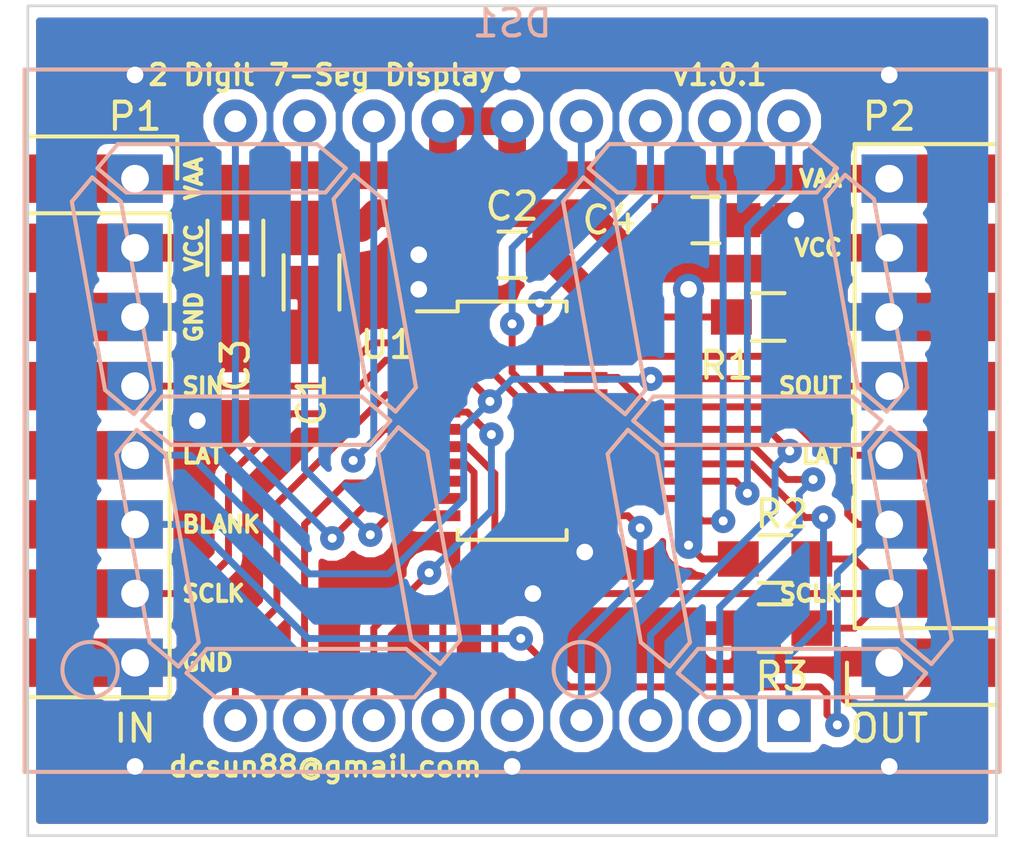
<source format=kicad_pcb>
(kicad_pcb (version 4) (host pcbnew "(2015-12-09 BZR 6195)-product")

  (general
    (links 63)
    (no_connects 0)
    (area 126.949999 83.769999 162.610001 114.350001)
    (thickness 1.6)
    (drawings 24)
    (tracks 331)
    (zones 0)
    (modules 11)
    (nets 26)
  )

  (page A4)
  (layers
    (0 F.Cu signal)
    (31 B.Cu signal)
    (32 B.Adhes user)
    (33 F.Adhes user)
    (34 B.Paste user)
    (35 F.Paste user)
    (36 B.SilkS user)
    (37 F.SilkS user)
    (38 B.Mask user)
    (39 F.Mask user)
    (40 Dwgs.User user)
    (41 Cmts.User user)
    (42 Eco1.User user)
    (43 Eco2.User user)
    (44 Edge.Cuts user)
    (45 Margin user)
    (46 B.CrtYd user)
    (47 F.CrtYd user)
    (48 B.Fab user)
    (49 F.Fab user)
  )

  (setup
    (last_trace_width 0.254)
    (user_trace_width 0.254)
    (user_trace_width 0.381)
    (user_trace_width 0.508)
    (user_trace_width 0.635)
    (user_trace_width 0.762)
    (user_trace_width 0.889)
    (user_trace_width 1.016)
    (user_trace_width 1.143)
    (user_trace_width 1.27)
    (trace_clearance 0.254)
    (zone_clearance 0.381)
    (zone_45_only no)
    (trace_min 0.1524)
    (segment_width 0.15)
    (edge_width 0.1)
    (via_size 0.889)
    (via_drill 0.3302)
    (via_min_size 0.6858)
    (via_min_drill 0.3302)
    (user_via 0.6858 0.3302)
    (user_via 0.889 0.3302)
    (user_via 1.016 0.6096)
    (user_via 1.143 0.6096)
    (uvia_size 0.889)
    (uvia_drill 0.3302)
    (uvias_allowed no)
    (uvia_min_size 0)
    (uvia_min_drill 0)
    (pcb_text_width 0.3)
    (pcb_text_size 1.5 1.5)
    (mod_edge_width 0.15)
    (mod_text_size 1 1)
    (mod_text_width 0.15)
    (pad_size 1.6 0.4)
    (pad_drill 0)
    (pad_to_mask_clearance 0)
    (aux_axis_origin 0 0)
    (visible_elements FFFEFF7F)
    (pcbplotparams
      (layerselection 0x010f0_80000001)
      (usegerberextensions false)
      (excludeedgelayer true)
      (linewidth 0.100000)
      (plotframeref false)
      (viasonmask true)
      (mode 1)
      (useauxorigin false)
      (hpglpennumber 1)
      (hpglpenspeed 20)
      (hpglpendiameter 15)
      (hpglpenoverlay 2)
      (psnegative false)
      (psa4output false)
      (plotreference true)
      (plotvalue false)
      (plotinvisibletext false)
      (padsonsilk false)
      (subtractmaskfromsilk true)
      (outputformat 1)
      (mirror false)
      (drillshape 0)
      (scaleselection 1)
      (outputdirectory gerber))
  )

  (net 0 "")
  (net 1 VCC)
  (net 2 GND)
  (net 3 VAA)
  (net 4 /LAT)
  (net 5 /BLANK)
  (net 6 /SCLK)
  (net 7 /SOUT)
  (net 8 /IREF)
  (net 9 /D2DP)
  (net 10 /D2g)
  (net 11 /D2f)
  (net 12 /D2e)
  (net 13 /D2d)
  (net 14 /D2c)
  (net 15 /D2b)
  (net 16 /D2a)
  (net 17 /D1DP)
  (net 18 /D1g)
  (net 19 /D1f)
  (net 20 /D1e)
  (net 21 /D1d)
  (net 22 /D1c)
  (net 23 /D1b)
  (net 24 /D1a)
  (net 25 /SIN)

  (net_class Default "This is the default net class."
    (clearance 0.254)
    (trace_width 0.254)
    (via_dia 0.889)
    (via_drill 0.3302)
    (uvia_dia 0.889)
    (uvia_drill 0.3302)
    (add_net /BLANK)
    (add_net /D1DP)
    (add_net /D1a)
    (add_net /D1b)
    (add_net /D1c)
    (add_net /D1d)
    (add_net /D1e)
    (add_net /D1f)
    (add_net /D1g)
    (add_net /D2DP)
    (add_net /D2a)
    (add_net /D2b)
    (add_net /D2c)
    (add_net /D2d)
    (add_net /D2e)
    (add_net /D2f)
    (add_net /D2g)
    (add_net /IREF)
    (add_net /LAT)
    (add_net /SCLK)
    (add_net /SIN)
    (add_net /SOUT)
    (add_net GND)
    (add_net VAA)
    (add_net VCC)
  )

  (net_class minimum ""
    (clearance 0.1524)
    (trace_width 0.1524)
    (via_dia 0.6858)
    (via_drill 0.3302)
    (uvia_dia 0.6858)
    (uvia_drill 0.3302)
  )

  (module Capacitors_SMD:C_1206_HandSoldering (layer F.Cu) (tedit 5599C6B1) (tstamp 559802BB)
    (at 137.414 93.98 270)
    (descr "Capacitor SMD 1206, hand soldering")
    (tags "capacitor 1206")
    (path /559759DC)
    (attr smd)
    (fp_text reference C1 (at 4.318 0 270) (layer F.SilkS)
      (effects (font (size 1 1) (thickness 0.15)))
    )
    (fp_text value 10uF (at 0 2.3 270) (layer F.Fab)
      (effects (font (size 1 1) (thickness 0.15)))
    )
    (fp_line (start -3.3 -1.15) (end 3.3 -1.15) (layer F.CrtYd) (width 0.05))
    (fp_line (start -3.3 1.15) (end 3.3 1.15) (layer F.CrtYd) (width 0.05))
    (fp_line (start -3.3 -1.15) (end -3.3 1.15) (layer F.CrtYd) (width 0.05))
    (fp_line (start 3.3 -1.15) (end 3.3 1.15) (layer F.CrtYd) (width 0.05))
    (fp_line (start 1 -1.025) (end -1 -1.025) (layer F.SilkS) (width 0.15))
    (fp_line (start -1 1.025) (end 1 1.025) (layer F.SilkS) (width 0.15))
    (pad 1 smd rect (at -2 0 270) (size 2 1.6) (layers F.Cu F.Paste F.Mask)
      (net 1 VCC))
    (pad 2 smd rect (at 2 0 270) (size 2 1.6) (layers F.Cu F.Paste F.Mask)
      (net 2 GND) (thermal_width 1.016) (thermal_gap 0.381))
    (model Capacitors_SMD.3dshapes/C_1206_HandSoldering.wrl
      (at (xyz 0 0 0))
      (scale (xyz 1 1 1))
      (rotate (xyz 0 0 0))
    )
  )

  (module Capacitors_SMD:C_0805_HandSoldering (layer F.Cu) (tedit 5599C6CD) (tstamp 559802C1)
    (at 144.78 92.964 180)
    (descr "Capacitor SMD 0805, hand soldering")
    (tags "capacitor 0805")
    (path /55975A79)
    (attr smd)
    (fp_text reference C2 (at 0 1.778 180) (layer F.SilkS)
      (effects (font (size 1 1) (thickness 0.15)))
    )
    (fp_text value 0.1uF (at 0 2.1 180) (layer F.Fab)
      (effects (font (size 1 1) (thickness 0.15)))
    )
    (fp_line (start -2.3 -1) (end 2.3 -1) (layer F.CrtYd) (width 0.05))
    (fp_line (start -2.3 1) (end 2.3 1) (layer F.CrtYd) (width 0.05))
    (fp_line (start -2.3 -1) (end -2.3 1) (layer F.CrtYd) (width 0.05))
    (fp_line (start 2.3 -1) (end 2.3 1) (layer F.CrtYd) (width 0.05))
    (fp_line (start 0.5 -0.85) (end -0.5 -0.85) (layer F.SilkS) (width 0.15))
    (fp_line (start -0.5 0.85) (end 0.5 0.85) (layer F.SilkS) (width 0.15))
    (pad 1 smd rect (at -1.25 0 180) (size 1.5 1.25) (layers F.Cu F.Paste F.Mask)
      (net 1 VCC))
    (pad 2 smd rect (at 1.25 0 180) (size 1.5 1.25) (layers F.Cu F.Paste F.Mask)
      (net 2 GND) (thermal_width 1.016))
    (model Capacitors_SMD.3dshapes/C_0805_HandSoldering.wrl
      (at (xyz 0 0 0))
      (scale (xyz 1 1 1))
      (rotate (xyz 0 0 0))
    )
  )

  (module Capacitors_SMD:C_1206_HandSoldering (layer F.Cu) (tedit 5599C6A4) (tstamp 559802C7)
    (at 134.62 92.71 270)
    (descr "Capacitor SMD 1206, hand soldering")
    (tags "capacitor 1206")
    (path /55975AC9)
    (attr smd)
    (fp_text reference C3 (at 4.318 0 270) (layer F.SilkS)
      (effects (font (size 1 1) (thickness 0.15)))
    )
    (fp_text value 10uF (at 0 2.3 270) (layer F.Fab)
      (effects (font (size 1 1) (thickness 0.15)))
    )
    (fp_line (start -3.3 -1.15) (end 3.3 -1.15) (layer F.CrtYd) (width 0.05))
    (fp_line (start -3.3 1.15) (end 3.3 1.15) (layer F.CrtYd) (width 0.05))
    (fp_line (start -3.3 -1.15) (end -3.3 1.15) (layer F.CrtYd) (width 0.05))
    (fp_line (start 3.3 -1.15) (end 3.3 1.15) (layer F.CrtYd) (width 0.05))
    (fp_line (start 1 -1.025) (end -1 -1.025) (layer F.SilkS) (width 0.15))
    (fp_line (start -1 1.025) (end 1 1.025) (layer F.SilkS) (width 0.15))
    (pad 1 smd rect (at -2 0 270) (size 2 1.6) (layers F.Cu F.Paste F.Mask)
      (net 3 VAA))
    (pad 2 smd rect (at 2 0 270) (size 2 1.6) (layers F.Cu F.Paste F.Mask)
      (net 2 GND) (thermal_width 1.016) (thermal_gap 0.381))
    (model Capacitors_SMD.3dshapes/C_1206_HandSoldering.wrl
      (at (xyz 0 0 0))
      (scale (xyz 1 1 1))
      (rotate (xyz 0 0 0))
    )
  )

  (module Capacitors_SMD:C_0805_HandSoldering (layer F.Cu) (tedit 5599BF1C) (tstamp 559802CD)
    (at 151.892 91.694)
    (descr "Capacitor SMD 0805, hand soldering")
    (tags "capacitor 0805")
    (path /55975AF8)
    (attr smd)
    (fp_text reference C4 (at -3.556 0) (layer F.SilkS)
      (effects (font (size 1 1) (thickness 0.15)))
    )
    (fp_text value 0.1uF (at 0 2.1) (layer F.Fab)
      (effects (font (size 1 1) (thickness 0.15)))
    )
    (fp_line (start -2.3 -1) (end 2.3 -1) (layer F.CrtYd) (width 0.05))
    (fp_line (start -2.3 1) (end 2.3 1) (layer F.CrtYd) (width 0.05))
    (fp_line (start -2.3 -1) (end -2.3 1) (layer F.CrtYd) (width 0.05))
    (fp_line (start 2.3 -1) (end 2.3 1) (layer F.CrtYd) (width 0.05))
    (fp_line (start 0.5 -0.85) (end -0.5 -0.85) (layer F.SilkS) (width 0.15))
    (fp_line (start -0.5 0.85) (end 0.5 0.85) (layer F.SilkS) (width 0.15))
    (pad 1 smd rect (at -1.25 0) (size 1.5 1.25) (layers F.Cu F.Paste F.Mask)
      (net 3 VAA))
    (pad 2 smd rect (at 1.25 0) (size 1.5 1.25) (layers F.Cu F.Paste F.Mask)
      (net 2 GND) (thermal_width 1.016))
    (model Capacitors_SMD.3dshapes/C_0805_HandSoldering.wrl
      (at (xyz 0 0 0))
      (scale (xyz 1 1 1))
      (rotate (xyz 0 0 0))
    )
  )

  (module Resistors_SMD:R_0805_HandSoldering (layer F.Cu) (tedit 55994B04) (tstamp 559802EB)
    (at 154.178 95.25)
    (descr "Resistor SMD 0805, hand soldering")
    (tags "resistor 0805")
    (path /562D2422)
    (attr smd)
    (fp_text reference R1 (at -1.524 1.778) (layer F.SilkS)
      (effects (font (size 1 1) (thickness 0.15)))
    )
    (fp_text value 5.11K (at 0 2.1) (layer F.Fab)
      (effects (font (size 1 1) (thickness 0.15)))
    )
    (fp_line (start -2.4 -1) (end 2.4 -1) (layer F.CrtYd) (width 0.05))
    (fp_line (start -2.4 1) (end 2.4 1) (layer F.CrtYd) (width 0.05))
    (fp_line (start -2.4 -1) (end -2.4 1) (layer F.CrtYd) (width 0.05))
    (fp_line (start 2.4 -1) (end 2.4 1) (layer F.CrtYd) (width 0.05))
    (fp_line (start 0.6 0.875) (end -0.6 0.875) (layer F.SilkS) (width 0.15))
    (fp_line (start -0.6 -0.875) (end 0.6 -0.875) (layer F.SilkS) (width 0.15))
    (pad 1 smd rect (at -1.35 0) (size 1.5 1.3) (layers F.Cu F.Paste F.Mask)
      (net 8 /IREF))
    (pad 2 smd rect (at 1.35 0) (size 1.5 1.3) (layers F.Cu F.Paste F.Mask)
      (net 2 GND))
    (model Resistors_SMD.3dshapes/R_0805_HandSoldering.wrl
      (at (xyz 0 0 0))
      (scale (xyz 1 1 1))
      (rotate (xyz 0 0 0))
    )
  )

  (module Resistors_SMD:R_0805_HandSoldering (layer F.Cu) (tedit 5599C8B1) (tstamp 559802F1)
    (at 154.432 104.14)
    (descr "Resistor SMD 0805, hand soldering")
    (tags "resistor 0805")
    (path /55975C3F)
    (attr smd)
    (fp_text reference R2 (at 0.254 -1.651) (layer F.SilkS)
      (effects (font (size 1 1) (thickness 0.15)))
    )
    (fp_text value 249 (at 0 2.1) (layer F.Fab)
      (effects (font (size 1 1) (thickness 0.15)))
    )
    (fp_line (start -2.4 -1) (end 2.4 -1) (layer F.CrtYd) (width 0.05))
    (fp_line (start -2.4 1) (end 2.4 1) (layer F.CrtYd) (width 0.05))
    (fp_line (start -2.4 -1) (end -2.4 1) (layer F.CrtYd) (width 0.05))
    (fp_line (start 2.4 -1) (end 2.4 1) (layer F.CrtYd) (width 0.05))
    (fp_line (start 0.6 0.875) (end -0.6 0.875) (layer F.SilkS) (width 0.15))
    (fp_line (start -0.6 -0.875) (end 0.6 -0.875) (layer F.SilkS) (width 0.15))
    (pad 1 smd rect (at -1.35 0) (size 1.5 1.3) (layers F.Cu F.Paste F.Mask)
      (net 1 VCC))
    (pad 2 smd rect (at 1.35 0) (size 1.5 1.3) (layers F.Cu F.Paste F.Mask)
      (net 6 /SCLK))
    (model Resistors_SMD.3dshapes/R_0805_HandSoldering.wrl
      (at (xyz 0 0 0))
      (scale (xyz 1 1 1))
      (rotate (xyz 0 0 0))
    )
  )

  (module Resistors_SMD:R_0805_HandSoldering (layer F.Cu) (tedit 5599C8C5) (tstamp 559802F7)
    (at 154.432 106.68 180)
    (descr "Resistor SMD 0805, hand soldering")
    (tags "resistor 0805")
    (path /55975C19)
    (attr smd)
    (fp_text reference R3 (at -0.254 -1.778 180) (layer F.SilkS)
      (effects (font (size 1 1) (thickness 0.15)))
    )
    (fp_text value 249 (at 0 2.1 180) (layer F.Fab)
      (effects (font (size 1 1) (thickness 0.15)))
    )
    (fp_line (start -2.4 -1) (end 2.4 -1) (layer F.CrtYd) (width 0.05))
    (fp_line (start -2.4 1) (end 2.4 1) (layer F.CrtYd) (width 0.05))
    (fp_line (start -2.4 -1) (end -2.4 1) (layer F.CrtYd) (width 0.05))
    (fp_line (start 2.4 -1) (end 2.4 1) (layer F.CrtYd) (width 0.05))
    (fp_line (start 0.6 0.875) (end -0.6 0.875) (layer F.SilkS) (width 0.15))
    (fp_line (start -0.6 -0.875) (end 0.6 -0.875) (layer F.SilkS) (width 0.15))
    (pad 1 smd rect (at -1.35 0 180) (size 1.5 1.3) (layers F.Cu F.Paste F.Mask)
      (net 6 /SCLK))
    (pad 2 smd rect (at 1.35 0 180) (size 1.5 1.3) (layers F.Cu F.Paste F.Mask)
      (net 2 GND))
    (model Resistors_SMD.3dshapes/R_0805_HandSoldering.wrl
      (at (xyz 0 0 0))
      (scale (xyz 1 1 1))
      (rotate (xyz 0 0 0))
    )
  )

  (module local:Pin_Header_1x08_edge (layer F.Cu) (tedit 55A98440) (tstamp 5598C347)
    (at 130.937 90.17)
    (descr "Through hole pin header and edge")
    (tags "pin header")
    (path /5597595F)
    (fp_text reference P1 (at 0 -2.286) (layer F.SilkS)
      (effects (font (size 1 1) (thickness 0.15)))
    )
    (fp_text value CONN_01X08 (at 0 -3.1) (layer F.Fab)
      (effects (font (size 1 1) (thickness 0.15)))
    )
    (fp_line (start -4.564 -1.75) (end -4.564 19.55) (layer F.CrtYd) (width 0.05))
    (fp_line (start 1.75 -1.75) (end 1.75 19.55) (layer F.CrtYd) (width 0.05))
    (fp_line (start -4.564 -1.75) (end 1.75 -1.75) (layer F.CrtYd) (width 0.05))
    (fp_line (start -4.564 19.55) (end 1.75 19.55) (layer F.CrtYd) (width 0.05))
    (fp_line (start 1.27 1.27) (end 1.27 19.05) (layer F.SilkS) (width 0.15))
    (fp_line (start 1.27 19.05) (end -4.064 19.05) (layer F.SilkS) (width 0.15))
    (fp_line (start 1.55 -1.55) (end 1.55 0) (layer F.SilkS) (width 0.15))
    (fp_line (start 1.27 1.27) (end -4.064 1.27) (layer F.SilkS) (width 0.15))
    (fp_line (start -4.064 -1.55) (end 1.55 -1.55) (layer F.SilkS) (width 0.15))
    (pad 8 smd rect (at -2.032 17.78) (size 4.064 1.778) (layers F.Cu F.Mask)
      (net 2 GND) (zone_connect 0))
    (pad 7 smd rect (at -2.032 15.24) (size 4.064 1.778) (layers F.Cu F.Mask)
      (net 6 /SCLK))
    (pad 6 smd rect (at -2.032 12.7) (size 4.064 1.778) (layers F.Cu F.Mask)
      (net 5 /BLANK))
    (pad 5 smd rect (at -2.032 10.16) (size 4.064 1.778) (layers F.Cu F.Mask)
      (net 4 /LAT))
    (pad 4 smd rect (at -2.032 7.62) (size 4.064 1.778) (layers F.Cu F.Mask)
      (net 25 /SIN))
    (pad 3 smd rect (at -2.032 5.08) (size 4.064 1.778) (layers F.Cu F.Mask)
      (net 2 GND))
    (pad 2 smd rect (at -2.032 2.54) (size 4.064 1.778) (layers F.Cu F.Mask)
      (net 1 VCC))
    (pad 1 thru_hole rect (at 0 0) (size 2.032 1.778) (drill 1.016) (layers *.Cu *.Mask)
      (net 3 VAA))
    (pad 2 thru_hole rect (at 0 2.54) (size 2.032 1.778) (drill 1.016) (layers *.Cu *.Mask)
      (net 1 VCC))
    (pad 3 thru_hole rect (at 0 5.08) (size 2.032 1.778) (drill 1.016) (layers *.Cu *.Mask)
      (net 2 GND) (thermal_width 1.016))
    (pad 4 thru_hole rect (at 0 7.62) (size 2.032 1.778) (drill 1.016) (layers *.Cu *.Mask)
      (net 25 /SIN))
    (pad 5 thru_hole rect (at 0 10.16) (size 2.032 1.778) (drill 1.016) (layers *.Cu *.Mask)
      (net 4 /LAT))
    (pad 6 thru_hole rect (at 0 12.7) (size 2.032 1.778) (drill 1.016) (layers *.Cu *.Mask)
      (net 5 /BLANK))
    (pad 7 thru_hole rect (at 0 15.24) (size 2.032 1.778) (drill 1.016) (layers *.Cu *.Mask)
      (net 6 /SCLK))
    (pad 8 thru_hole rect (at 0 17.78) (size 2.032 1.778) (drill 1.016) (layers *.Cu *.Mask)
      (net 2 GND) (thermal_width 1.016))
    (pad 1 smd rect (at -2.032 0) (size 4.064 1.778) (layers F.Cu F.Mask)
      (net 3 VAA))
  )

  (module local:Pin_Header_1x08_edge (layer F.Cu) (tedit 55A9848C) (tstamp 5598C363)
    (at 158.623 107.95 180)
    (descr "Through hole pin header and edge")
    (tags "pin header")
    (path /559759A0)
    (fp_text reference P2 (at 0 20.066 180) (layer F.SilkS)
      (effects (font (size 1 1) (thickness 0.15)))
    )
    (fp_text value CONN_01X08 (at 0 -3.1 180) (layer F.Fab)
      (effects (font (size 1 1) (thickness 0.15)))
    )
    (fp_line (start -4.564 -1.75) (end -4.564 19.55) (layer F.CrtYd) (width 0.05))
    (fp_line (start 1.75 -1.75) (end 1.75 19.55) (layer F.CrtYd) (width 0.05))
    (fp_line (start -4.564 -1.75) (end 1.75 -1.75) (layer F.CrtYd) (width 0.05))
    (fp_line (start -4.564 19.55) (end 1.75 19.55) (layer F.CrtYd) (width 0.05))
    (fp_line (start 1.27 1.27) (end 1.27 19.05) (layer F.SilkS) (width 0.15))
    (fp_line (start 1.27 19.05) (end -4.064 19.05) (layer F.SilkS) (width 0.15))
    (fp_line (start 1.55 -1.55) (end 1.55 0) (layer F.SilkS) (width 0.15))
    (fp_line (start 1.27 1.27) (end -4.064 1.27) (layer F.SilkS) (width 0.15))
    (fp_line (start -4.064 -1.55) (end 1.55 -1.55) (layer F.SilkS) (width 0.15))
    (pad 8 smd rect (at -2.032 17.78 180) (size 4.064 1.778) (layers F.Cu F.Mask)
      (net 3 VAA))
    (pad 7 smd rect (at -2.032 15.24 180) (size 4.064 1.778) (layers F.Cu F.Mask)
      (net 1 VCC))
    (pad 6 smd rect (at -2.032 12.7 180) (size 4.064 1.778) (layers F.Cu F.Mask)
      (net 2 GND))
    (pad 5 smd rect (at -2.032 10.16 180) (size 4.064 1.778) (layers F.Cu F.Mask)
      (net 7 /SOUT))
    (pad 4 smd rect (at -2.032 7.62 180) (size 4.064 1.778) (layers F.Cu F.Mask)
      (net 4 /LAT))
    (pad 3 smd rect (at -2.032 5.08 180) (size 4.064 1.778) (layers F.Cu F.Mask)
      (net 5 /BLANK))
    (pad 2 smd rect (at -2.032 2.54 180) (size 4.064 1.778) (layers F.Cu F.Mask)
      (net 6 /SCLK))
    (pad 1 thru_hole rect (at 0 0 180) (size 2.032 1.778) (drill 1.016) (layers *.Cu *.Mask)
      (net 2 GND) (thermal_width 1.016))
    (pad 2 thru_hole rect (at 0 2.54 180) (size 2.032 1.778) (drill 1.016) (layers *.Cu *.Mask)
      (net 6 /SCLK))
    (pad 3 thru_hole rect (at 0 5.08 180) (size 2.032 1.778) (drill 1.016) (layers *.Cu *.Mask)
      (net 5 /BLANK))
    (pad 4 thru_hole rect (at 0 7.62 180) (size 2.032 1.778) (drill 1.016) (layers *.Cu *.Mask)
      (net 4 /LAT))
    (pad 5 thru_hole rect (at 0 10.16 180) (size 2.032 1.778) (drill 1.016) (layers *.Cu *.Mask)
      (net 7 /SOUT))
    (pad 6 thru_hole rect (at 0 12.7 180) (size 2.032 1.778) (drill 1.016) (layers *.Cu *.Mask)
      (net 2 GND) (thermal_width 1.016))
    (pad 7 thru_hole rect (at 0 15.24 180) (size 2.032 1.778) (drill 1.016) (layers *.Cu *.Mask)
      (net 1 VCC))
    (pad 8 thru_hole rect (at 0 17.78 180) (size 2.032 1.778) (drill 1.016) (layers *.Cu *.Mask)
      (net 3 VAA))
    (pad 1 smd rect (at -2.032 0 180) (size 4.064 1.778) (layers F.Cu F.Mask)
      (net 2 GND) (zone_connect 0))
  )

  (module local:SOIC-24_6.0x8.65mm_Pitch25mil (layer F.Cu) (tedit 55A8693B) (tstamp 55980313)
    (at 144.78 99.06)
    (tags "SOIC 25mil")
    (path /562D2ACF)
    (attr smd)
    (fp_text reference U1 (at -4.572 -2.794) (layer F.SilkS)
      (effects (font (size 1 1) (thickness 0.15)))
    )
    (fp_text value TLC59282 (at 0 5.6) (layer F.Fab)
      (effects (font (size 1 1) (thickness 0.15)))
    )
    (fp_line (start -3.6 -4.875) (end -3.6 4.875) (layer F.CrtYd) (width 0.05))
    (fp_line (start 3.6 -4.875) (end 3.6 4.875) (layer F.CrtYd) (width 0.05))
    (fp_line (start -3.6 -4.875) (end 3.6 -4.875) (layer F.CrtYd) (width 0.05))
    (fp_line (start -3.6 4.875) (end 3.6 4.875) (layer F.CrtYd) (width 0.05))
    (fp_line (start -2 -4.375) (end -2 -4.0175) (layer F.SilkS) (width 0.15))
    (fp_line (start 2 -4.375) (end 2 -4.0175) (layer F.SilkS) (width 0.15))
    (fp_line (start 2 4.375) (end 2 4.0175) (layer F.SilkS) (width 0.15))
    (fp_line (start -2 4.375) (end -2 4.0175) (layer F.SilkS) (width 0.15))
    (fp_line (start -2 -4.375) (end 2 -4.375) (layer F.SilkS) (width 0.15))
    (fp_line (start -2 4.375) (end 2 4.375) (layer F.SilkS) (width 0.15))
    (fp_line (start -2 -4.0175) (end -3.5 -4.0175) (layer F.SilkS) (width 0.15))
    (pad 1 smd rect (at -2.7 -3.4925) (size 1.6 0.4) (layers F.Cu F.Paste F.Mask)
      (net 2 GND) (clearance 0.235) (zone_connect 2))
    (pad 2 smd rect (at -2.7 -2.8575) (size 1.6 0.4) (layers F.Cu F.Paste F.Mask)
      (net 25 /SIN) (clearance 0.235))
    (pad 3 smd rect (at -2.7 -2.2225) (size 1.6 0.4) (layers F.Cu F.Paste F.Mask)
      (net 6 /SCLK) (clearance 0.235))
    (pad 4 smd rect (at -2.7 -1.5875) (size 1.6 0.4) (layers F.Cu F.Paste F.Mask)
      (net 4 /LAT) (clearance 0.235))
    (pad 5 smd rect (at -2.7 -0.9525) (size 1.6 0.4) (layers F.Cu F.Paste F.Mask)
      (net 9 /D2DP) (clearance 0.235))
    (pad 6 smd rect (at -2.7 -0.3175) (size 1.6 0.4) (layers F.Cu F.Paste F.Mask)
      (net 10 /D2g) (clearance 0.235))
    (pad 7 smd rect (at -2.7 0.3175) (size 1.6 0.4) (layers F.Cu F.Paste F.Mask)
      (net 11 /D2f) (clearance 0.235))
    (pad 8 smd rect (at -2.7 0.9525) (size 1.6 0.4) (layers F.Cu F.Paste F.Mask)
      (net 12 /D2e) (clearance 0.235))
    (pad 9 smd rect (at -2.7 1.5875) (size 1.6 0.4) (layers F.Cu F.Paste F.Mask)
      (net 13 /D2d) (clearance 0.235))
    (pad 10 smd rect (at -2.7 2.2225) (size 1.6 0.4) (layers F.Cu F.Paste F.Mask)
      (net 14 /D2c) (clearance 0.235))
    (pad 11 smd rect (at -2.7 2.8575) (size 1.6 0.4) (layers F.Cu F.Paste F.Mask)
      (net 15 /D2b) (clearance 0.235))
    (pad 12 smd rect (at -2.7 3.4925) (size 1.6 0.4) (layers F.Cu F.Paste F.Mask)
      (net 16 /D2a) (clearance 0.235))
    (pad 13 smd rect (at 2.7 3.4925) (size 1.6 0.4) (layers F.Cu F.Paste F.Mask)
      (net 17 /D1DP) (clearance 0.235))
    (pad 14 smd rect (at 2.7 2.8575) (size 1.6 0.4) (layers F.Cu F.Paste F.Mask)
      (net 18 /D1g) (clearance 0.235))
    (pad 15 smd rect (at 2.7 2.2225) (size 1.6 0.4) (layers F.Cu F.Paste F.Mask)
      (net 19 /D1f) (clearance 0.235))
    (pad 16 smd rect (at 2.7 1.5875) (size 1.6 0.4) (layers F.Cu F.Paste F.Mask)
      (net 20 /D1e) (clearance 0.235))
    (pad 17 smd rect (at 2.7 0.9525) (size 1.6 0.4) (layers F.Cu F.Paste F.Mask)
      (net 21 /D1d) (clearance 0.235))
    (pad 18 smd rect (at 2.7 0.3175) (size 1.6 0.4) (layers F.Cu F.Paste F.Mask)
      (net 22 /D1c) (clearance 0.235))
    (pad 19 smd rect (at 2.7 -0.3175) (size 1.6 0.4) (layers F.Cu F.Paste F.Mask)
      (net 23 /D1b) (clearance 0.235))
    (pad 20 smd rect (at 2.7 -0.9525) (size 1.6 0.4) (layers F.Cu F.Paste F.Mask)
      (net 24 /D1a) (clearance 0.235))
    (pad 21 smd rect (at 2.7 -1.5875) (size 1.6 0.4) (layers F.Cu F.Paste F.Mask)
      (net 5 /BLANK) (clearance 0.235))
    (pad 22 smd rect (at 2.7 -2.2225) (size 1.6 0.4) (layers F.Cu F.Paste F.Mask)
      (net 7 /SOUT) (clearance 0.235))
    (pad 23 smd rect (at 2.7 -2.8575) (size 1.6 0.4) (layers F.Cu F.Paste F.Mask)
      (net 8 /IREF) (clearance 0.235))
    (pad 24 smd rect (at 2.7 -3.4925) (size 1.6 0.4) (layers F.Cu F.Paste F.Mask)
      (net 1 VCC) (clearance 0.235))
    (model Housings_SOIC.3dshapes/SOIC-24_7.5x15.4mm_Pitch1.27mm.wrl
      (at (xyz 0 0 0))
      (scale (xyz 0.5 0.5 0.5))
      (rotate (xyz 0 0 0))
    )
  )

  (module local:LDD-A814RI (layer B.Cu) (tedit 55995F46) (tstamp 55980329)
    (at 144.78 99.06 180)
    (descr "2x7-segments, 20 mm, Lumex displays")
    (tags "7-segments display")
    (path /55975809)
    (fp_text reference DS1 (at 0 14.605 180) (layer B.SilkS)
      (effects (font (size 1 1) (thickness 0.15)) (justify mirror))
    )
    (fp_text value LDD-A814RI (at 0 -14.605 180) (layer B.Fab)
      (effects (font (size 1 1) (thickness 0.15)) (justify mirror))
    )
    (fp_line (start -10.867607 10.16) (end -3.556464 10.16) (layer B.SilkS) (width 0.15))
    (fp_line (start -3.556464 10.16) (end -2.810505 9.271) (layer B.SilkS) (width 0.15))
    (fp_line (start -2.810505 9.271) (end -3.869974 8.382) (layer B.SilkS) (width 0.15))
    (fp_line (start -3.869974 8.382) (end -11.181117 8.382) (layer B.SilkS) (width 0.15))
    (fp_line (start -11.181117 8.382) (end -11.927076 9.271) (layer B.SilkS) (width 0.15))
    (fp_line (start -11.927076 9.271) (end -10.867607 10.16) (layer B.SilkS) (width 0.15))
    (fp_line (start -1.869365 8.048415) (end -3.089504 1.128663) (layer B.SilkS) (width 0.15))
    (fp_line (start -3.089504 1.128663) (end -4.148973 0.239663) (layer B.SilkS) (width 0.15))
    (fp_line (start -4.148973 0.239663) (end -4.894933 1.128663) (layer B.SilkS) (width 0.15))
    (fp_line (start -4.894933 1.128663) (end -3.674794 8.048415) (layer B.SilkS) (width 0.15))
    (fp_line (start -3.674794 8.048415) (end -2.615325 8.937415) (layer B.SilkS) (width 0.15))
    (fp_line (start -2.615325 8.937415) (end -1.869365 8.048415) (layer B.SilkS) (width 0.15))
    (fp_line (start -3.504093 -1.222585) (end -4.724232 -8.142337) (layer B.SilkS) (width 0.15))
    (fp_line (start -4.724232 -8.142337) (end -5.783701 -9.031337) (layer B.SilkS) (width 0.15))
    (fp_line (start -5.783701 -9.031337) (end -6.52966 -8.142337) (layer B.SilkS) (width 0.15))
    (fp_line (start -6.52966 -8.142337) (end -5.309521 -1.222585) (layer B.SilkS) (width 0.15))
    (fp_line (start -5.309521 -1.222585) (end -4.250052 -0.333585) (layer B.SilkS) (width 0.15))
    (fp_line (start -4.250052 -0.333585) (end -3.504093 -1.222585) (layer B.SilkS) (width 0.15))
    (fp_line (start -14.137062 -8.382) (end -6.825919 -8.382) (layer B.SilkS) (width 0.15))
    (fp_line (start -6.825919 -8.382) (end -6.07996 -9.271) (layer B.SilkS) (width 0.15))
    (fp_line (start -6.07996 -9.271) (end -7.139429 -10.16) (layer B.SilkS) (width 0.15))
    (fp_line (start -7.139429 -10.16) (end -14.450571 -10.16) (layer B.SilkS) (width 0.15))
    (fp_line (start -14.450571 -10.16) (end -15.196531 -9.271) (layer B.SilkS) (width 0.15))
    (fp_line (start -15.196531 -9.271) (end -14.137062 -8.382) (layer B.SilkS) (width 0.15))
    (fp_line (start -13.112103 -1.128663) (end -14.332242 -8.048415) (layer B.SilkS) (width 0.15))
    (fp_line (start -14.332242 -8.048415) (end -15.391711 -8.937415) (layer B.SilkS) (width 0.15))
    (fp_line (start -15.391711 -8.937415) (end -16.137671 -8.048415) (layer B.SilkS) (width 0.15))
    (fp_line (start -16.137671 -8.048415) (end -14.917532 -1.128663) (layer B.SilkS) (width 0.15))
    (fp_line (start -14.917532 -1.128663) (end -13.858063 -0.239663) (layer B.SilkS) (width 0.15))
    (fp_line (start -13.858063 -0.239663) (end -13.112103 -1.128663) (layer B.SilkS) (width 0.15))
    (fp_line (start -11.477376 8.142337) (end -12.697515 1.222585) (layer B.SilkS) (width 0.15))
    (fp_line (start -12.697515 1.222585) (end -13.756984 0.333585) (layer B.SilkS) (width 0.15))
    (fp_line (start -13.756984 0.333585) (end -14.502943 1.222585) (layer B.SilkS) (width 0.15))
    (fp_line (start -14.502943 1.222585) (end -13.282804 8.142337) (layer B.SilkS) (width 0.15))
    (fp_line (start -13.282804 8.142337) (end -12.223335 9.031337) (layer B.SilkS) (width 0.15))
    (fp_line (start -12.223335 9.031337) (end -11.477376 8.142337) (layer B.SilkS) (width 0.15))
    (fp_line (start -12.502335 0.889) (end -5.191192 0.889) (layer B.SilkS) (width 0.15))
    (fp_line (start -5.191192 0.889) (end -4.445232 0) (layer B.SilkS) (width 0.15))
    (fp_line (start -4.445232 0) (end -5.504701 -0.889) (layer B.SilkS) (width 0.15))
    (fp_line (start -5.504701 -0.889) (end -12.815844 -0.889) (layer B.SilkS) (width 0.15))
    (fp_line (start -12.815844 -0.889) (end -13.561804 0) (layer B.SilkS) (width 0.15))
    (fp_line (start -13.561804 0) (end -12.502335 0.889) (layer B.SilkS) (width 0.15))
    (fp_circle (center -2.54 -9.144) (end -2.54 -10.16) (layer B.SilkS) (width 0.15))
    (fp_line (start 7.166393 10.16) (end 14.477536 10.16) (layer B.SilkS) (width 0.15))
    (fp_line (start 14.477536 10.16) (end 15.223495 9.271) (layer B.SilkS) (width 0.15))
    (fp_line (start 15.223495 9.271) (end 14.164026 8.382) (layer B.SilkS) (width 0.15))
    (fp_line (start 14.164026 8.382) (end 6.852883 8.382) (layer B.SilkS) (width 0.15))
    (fp_line (start 6.852883 8.382) (end 6.106924 9.271) (layer B.SilkS) (width 0.15))
    (fp_line (start 6.106924 9.271) (end 7.166393 10.16) (layer B.SilkS) (width 0.15))
    (fp_line (start 16.164635 8.048415) (end 14.944496 1.128663) (layer B.SilkS) (width 0.15))
    (fp_line (start 14.944496 1.128663) (end 13.885027 0.239663) (layer B.SilkS) (width 0.15))
    (fp_line (start 13.885027 0.239663) (end 13.139067 1.128663) (layer B.SilkS) (width 0.15))
    (fp_line (start 13.139067 1.128663) (end 14.359206 8.048415) (layer B.SilkS) (width 0.15))
    (fp_line (start 14.359206 8.048415) (end 15.418675 8.937415) (layer B.SilkS) (width 0.15))
    (fp_line (start 15.418675 8.937415) (end 16.164635 8.048415) (layer B.SilkS) (width 0.15))
    (fp_line (start 14.529907 -1.222585) (end 13.309768 -8.142337) (layer B.SilkS) (width 0.15))
    (fp_line (start 13.309768 -8.142337) (end 12.250299 -9.031337) (layer B.SilkS) (width 0.15))
    (fp_line (start 12.250299 -9.031337) (end 11.50434 -8.142337) (layer B.SilkS) (width 0.15))
    (fp_line (start 11.50434 -8.142337) (end 12.724479 -1.222585) (layer B.SilkS) (width 0.15))
    (fp_line (start 12.724479 -1.222585) (end 13.783948 -0.333585) (layer B.SilkS) (width 0.15))
    (fp_line (start 13.783948 -0.333585) (end 14.529907 -1.222585) (layer B.SilkS) (width 0.15))
    (fp_line (start 3.896938 -8.382) (end 11.208081 -8.382) (layer B.SilkS) (width 0.15))
    (fp_line (start 11.208081 -8.382) (end 11.95404 -9.271) (layer B.SilkS) (width 0.15))
    (fp_line (start 11.95404 -9.271) (end 10.894571 -10.16) (layer B.SilkS) (width 0.15))
    (fp_line (start 10.894571 -10.16) (end 3.583429 -10.16) (layer B.SilkS) (width 0.15))
    (fp_line (start 3.583429 -10.16) (end 2.837469 -9.271) (layer B.SilkS) (width 0.15))
    (fp_line (start 2.837469 -9.271) (end 3.896938 -8.382) (layer B.SilkS) (width 0.15))
    (fp_line (start 4.921897 -1.128663) (end 3.701758 -8.048415) (layer B.SilkS) (width 0.15))
    (fp_line (start 3.701758 -8.048415) (end 2.642289 -8.937415) (layer B.SilkS) (width 0.15))
    (fp_line (start 2.642289 -8.937415) (end 1.896329 -8.048415) (layer B.SilkS) (width 0.15))
    (fp_line (start 1.896329 -8.048415) (end 3.116468 -1.128663) (layer B.SilkS) (width 0.15))
    (fp_line (start 3.116468 -1.128663) (end 4.175937 -0.239663) (layer B.SilkS) (width 0.15))
    (fp_line (start 4.175937 -0.239663) (end 4.921897 -1.128663) (layer B.SilkS) (width 0.15))
    (fp_line (start 6.556624 8.142337) (end 5.336485 1.222585) (layer B.SilkS) (width 0.15))
    (fp_line (start 5.336485 1.222585) (end 4.277016 0.333585) (layer B.SilkS) (width 0.15))
    (fp_line (start 4.277016 0.333585) (end 3.531057 1.222585) (layer B.SilkS) (width 0.15))
    (fp_line (start 3.531057 1.222585) (end 4.751196 8.142337) (layer B.SilkS) (width 0.15))
    (fp_line (start 4.751196 8.142337) (end 5.810665 9.031337) (layer B.SilkS) (width 0.15))
    (fp_line (start 5.810665 9.031337) (end 6.556624 8.142337) (layer B.SilkS) (width 0.15))
    (fp_line (start 5.531665 0.889) (end 12.842808 0.889) (layer B.SilkS) (width 0.15))
    (fp_line (start 12.842808 0.889) (end 13.588768 0) (layer B.SilkS) (width 0.15))
    (fp_line (start 13.588768 0) (end 12.529299 -0.889) (layer B.SilkS) (width 0.15))
    (fp_line (start 12.529299 -0.889) (end 5.218156 -0.889) (layer B.SilkS) (width 0.15))
    (fp_line (start 5.218156 -0.889) (end 4.472196 0) (layer B.SilkS) (width 0.15))
    (fp_line (start 4.472196 0) (end 5.531665 0.889) (layer B.SilkS) (width 0.15))
    (fp_circle (center 15.494 -9.144) (end 15.494 -10.16) (layer B.SilkS) (width 0.15))
    (fp_line (start -17 -10.16) (end 17 -10.16) (layer Cmts.User) (width 0.05))
    (fp_line (start -17 -8.382) (end 17 -8.382) (layer Cmts.User) (width 0.05))
    (fp_line (start -17 -0.889) (end 17 -0.889) (layer Cmts.User) (width 0.05))
    (fp_line (start -17 0.889) (end 17 0.889) (layer Cmts.User) (width 0.05))
    (fp_line (start -17 8.382) (end 17 8.382) (layer Cmts.User) (width 0.05))
    (fp_line (start -17 10.16) (end 17 10.16) (layer Cmts.User) (width 0.05))
    (fp_line (start -16.51 -10.16) (end -12.927036 10.16) (layer Cmts.User) (width 0.05))
    (fp_line (start -14.704571 -10.16) (end -11.121607 10.16) (layer Cmts.User) (width 0.05))
    (fp_line (start -6.885429 -10.16) (end -3.302464 10.16) (layer Cmts.User) (width 0.05))
    (fp_line (start -5.08 -10.16) (end -1.497036 10.16) (layer Cmts.User) (width 0.05))
    (fp_line (start 1.524 -10.16) (end 5.106964 10.16) (layer Cmts.User) (width 0.05))
    (fp_line (start 3.329429 -10.16) (end 6.912393 10.16) (layer Cmts.User) (width 0.05))
    (fp_line (start 11.148571 -10.16) (end 14.731536 10.16) (layer Cmts.User) (width 0.05))
    (fp_line (start 12.954 -10.16) (end 16.536964 10.16) (layer Cmts.User) (width 0.05))
    (fp_line (start -16.51 -10.16) (end -14.391062 -8.382) (layer Cmts.User) (width 0.05))
    (fp_line (start -14.704571 -10.16) (end -16.196491 -8.382) (layer Cmts.User) (width 0.05))
    (fp_line (start -6.885429 -10.16) (end -4.766491 -8.382) (layer Cmts.User) (width 0.05))
    (fp_line (start -5.08 -10.16) (end -6.571919 -8.382) (layer Cmts.User) (width 0.05))
    (fp_line (start -14.875273 -0.889) (end -12.756335 0.889) (layer Cmts.User) (width 0.05))
    (fp_line (start -13.069844 -0.889) (end -14.561763 0.889) (layer Cmts.User) (width 0.05))
    (fp_line (start -5.250701 -0.889) (end -3.131763 0.889) (layer Cmts.User) (width 0.05))
    (fp_line (start -3.445273 -0.889) (end -4.937192 0.889) (layer Cmts.User) (width 0.05))
    (fp_line (start -13.240545 8.382) (end -11.121607 10.16) (layer Cmts.User) (width 0.05))
    (fp_line (start -11.435117 8.382) (end -12.927036 10.16) (layer Cmts.User) (width 0.05))
    (fp_line (start -3.615974 8.382) (end -1.497036 10.16) (layer Cmts.User) (width 0.05))
    (fp_line (start -1.810545 8.382) (end -3.302464 10.16) (layer Cmts.User) (width 0.05))
    (fp_line (start 1.524 -10.16) (end 3.642938 -8.382) (layer Cmts.User) (width 0.05))
    (fp_line (start 3.329429 -10.16) (end 1.837509 -8.382) (layer Cmts.User) (width 0.05))
    (fp_line (start 11.148571 -10.16) (end 13.267509 -8.382) (layer Cmts.User) (width 0.05))
    (fp_line (start 12.954 -10.16) (end 11.462081 -8.382) (layer Cmts.User) (width 0.05))
    (fp_line (start 3.158727 -0.889) (end 5.277665 0.889) (layer Cmts.User) (width 0.05))
    (fp_line (start 4.964156 -0.889) (end 3.472237 0.889) (layer Cmts.User) (width 0.05))
    (fp_line (start 12.783299 -0.889) (end 14.902237 0.889) (layer Cmts.User) (width 0.05))
    (fp_line (start 14.588727 -0.889) (end 13.096808 0.889) (layer Cmts.User) (width 0.05))
    (fp_line (start 4.793455 8.382) (end 6.912393 10.16) (layer Cmts.User) (width 0.05))
    (fp_line (start 6.598883 8.382) (end 5.106964 10.16) (layer Cmts.User) (width 0.05))
    (fp_line (start 14.418026 8.382) (end 16.536964 10.16) (layer Cmts.User) (width 0.05))
    (fp_line (start 16.223455 8.382) (end 14.731536 10.16) (layer Cmts.User) (width 0.05))
    (fp_line (start -18.4 13.4) (end -18.4 -13.4) (layer B.CrtYd) (width 0.05))
    (fp_line (start -18.4 -13.4) (end 18.4 -13.4) (layer B.CrtYd) (width 0.05))
    (fp_line (start 18.4 -13.4) (end 18.4 13.4) (layer B.CrtYd) (width 0.05))
    (fp_line (start 18.4 13.4) (end -18.4 13.4) (layer B.CrtYd) (width 0.05))
    (fp_line (start -17.9 -12.9) (end -17.9 12.9) (layer B.SilkS) (width 0.15))
    (fp_line (start 17.9 -12.9) (end -17.9 -12.9) (layer B.SilkS) (width 0.15))
    (fp_line (start 17.9 12.9) (end 17.9 -12.9) (layer B.SilkS) (width 0.15))
    (fp_line (start -17.9 12.9) (end 17.9 12.9) (layer B.SilkS) (width 0.15))
    (pad 1 thru_hole rect (at -10.16 -11 180) (size 1.6 1.6) (drill 0.8) (layers *.Cu *.Mask)
      (net 20 /D1e))
    (pad 2 thru_hole circle (at -7.62 -11 180) (size 1.6 1.6) (drill 0.8) (layers *.Cu *.Mask)
      (net 21 /D1d))
    (pad 3 thru_hole circle (at -5.08 -11 180) (size 1.6 1.6) (drill 0.8) (layers *.Cu *.Mask)
      (net 22 /D1c))
    (pad 4 thru_hole circle (at -2.54 -11 180) (size 1.6 1.6) (drill 0.8) (layers *.Cu *.Mask)
      (net 17 /D1DP))
    (pad 5 thru_hole circle (at 0 -11 180) (size 1.6 1.6) (drill 0.8) (layers *.Cu *.Mask)
      (net 12 /D2e))
    (pad 6 thru_hole circle (at 2.54 -11 180) (size 1.6 1.6) (drill 0.8) (layers *.Cu *.Mask)
      (net 13 /D2d))
    (pad 7 thru_hole circle (at 5.08 -11 180) (size 1.6 1.6) (drill 0.8) (layers *.Cu *.Mask)
      (net 10 /D2g))
    (pad 8 thru_hole circle (at 7.62 -11 180) (size 1.6 1.6) (drill 0.8) (layers *.Cu *.Mask)
      (net 14 /D2c))
    (pad 9 thru_hole circle (at 10.16 -11 180) (size 1.6 1.6) (drill 0.8) (layers *.Cu *.Mask)
      (net 9 /D2DP))
    (pad 10 thru_hole circle (at 10.16 11 180) (size 1.6 1.6) (drill 0.8) (layers *.Cu *.Mask)
      (net 15 /D2b))
    (pad 11 thru_hole circle (at 7.62 11 180) (size 1.6 1.6) (drill 0.8) (layers *.Cu *.Mask)
      (net 16 /D2a))
    (pad 12 thru_hole circle (at 5.08 11 180) (size 1.6 1.6) (drill 0.8) (layers *.Cu *.Mask)
      (net 11 /D2f))
    (pad 13 thru_hole circle (at 2.54 11 180) (size 1.6 1.6) (drill 0.8) (layers *.Cu *.Mask)
      (net 3 VAA))
    (pad 14 thru_hole circle (at 0 11 180) (size 1.6 1.6) (drill 0.8) (layers *.Cu *.Mask)
      (net 3 VAA))
    (pad 15 thru_hole circle (at -2.54 11 180) (size 1.6 1.6) (drill 0.8) (layers *.Cu *.Mask)
      (net 23 /D1b))
    (pad 16 thru_hole circle (at -5.08 11 180) (size 1.6 1.6) (drill 0.8) (layers *.Cu *.Mask)
      (net 24 /D1a))
    (pad 17 thru_hole circle (at -7.62 11 180) (size 1.6 1.6) (drill 0.8) (layers *.Cu *.Mask)
      (net 18 /D1g))
    (pad 18 thru_hole circle (at -10.16 11 180) (size 1.6 1.6) (drill 0.8) (layers *.Cu *.Mask)
      (net 19 /D1f))
    (model /home/guest/cae/kicad/mod/local.pretty/packages3d/LDD-A814RI.wrl
      (at (xyz 0 0 0))
      (scale (xyz 0.393700787402 0.393700787402 0.393700787402))
      (rotate (xyz 0 0 0))
    )
  )

  (gr_text SCLK (at 156.972 105.41) (layer F.SilkS)
    (effects (font (size 0.6 0.6) (thickness 0.15)) (justify right))
  )
  (gr_text LAT (at 156.972 100.33) (layer F.SilkS)
    (effects (font (size 0.6 0.6) (thickness 0.15)) (justify right))
  )
  (gr_text OUT (at 158.623 110.363) (layer F.SilkS)
    (effects (font (size 1 1) (thickness 0.15)))
  )
  (gr_text IN (at 130.937 110.363) (layer F.SilkS)
    (effects (font (size 1 1) (thickness 0.15)))
  )
  (gr_text VAA (at 133.096 90.17 90) (layer F.SilkS)
    (effects (font (size 0.6 0.6) (thickness 0.15)))
  )
  (gr_text VCC (at 133.096 92.71 90) (layer F.SilkS)
    (effects (font (size 0.6 0.6) (thickness 0.15)))
  )
  (gr_text v1.0.1 (at 152.4 86.36) (layer F.SilkS)
    (effects (font (size 0.75 0.75) (thickness 0.15)))
  )
  (gr_text "2 Digit 7-Seg Display" (at 137.795 86.36) (layer F.SilkS)
    (effects (font (size 0.75 0.75) (thickness 0.15)))
  )
  (gr_text dcsun88@gmail.com (at 137.922 111.76) (layer F.SilkS)
    (effects (font (size 0.75 0.75) (thickness 0.15)))
  )
  (gr_text SOUT (at 156.972 97.79) (layer F.SilkS)
    (effects (font (size 0.6 0.6) (thickness 0.15)) (justify right))
  )
  (gr_text VAA (at 156.972 90.17) (layer F.SilkS)
    (effects (font (size 0.6 0.6) (thickness 0.15)) (justify right))
  )
  (gr_text VCC (at 156.972 92.71) (layer F.SilkS)
    (effects (font (size 0.6 0.6) (thickness 0.15)) (justify right))
  )
  (gr_text GND (at 133.096 95.25 90) (layer F.SilkS)
    (effects (font (size 0.6 0.6) (thickness 0.15)))
  )
  (gr_text SIN (at 132.588 97.79) (layer F.SilkS)
    (effects (font (size 0.6 0.6) (thickness 0.15)) (justify left))
  )
  (gr_text LAT (at 132.588 100.33) (layer F.SilkS)
    (effects (font (size 0.6 0.6) (thickness 0.15)) (justify left))
  )
  (gr_text BLANK (at 132.588 102.87) (layer F.SilkS)
    (effects (font (size 0.6 0.6) (thickness 0.15)) (justify left))
  )
  (gr_text SCLK (at 132.588 105.41) (layer F.SilkS)
    (effects (font (size 0.6 0.6) (thickness 0.15)) (justify left))
  )
  (gr_text GND (at 132.588 107.95) (layer F.SilkS)
    (effects (font (size 0.6 0.6) (thickness 0.15)) (justify left))
  )
  (gr_line (start 127 112.7125) (end 162.56 112.7125) (angle 90) (layer Cmts.User) (width 0.15))
  (gr_line (start 127 85.4075) (end 162.56 85.4075) (angle 90) (layer Cmts.User) (width 0.15))
  (gr_line (start 162.56 83.82) (end 127 83.82) (angle 90) (layer Edge.Cuts) (width 0.1))
  (gr_line (start 162.56 114.3) (end 162.56 83.82) (angle 90) (layer Edge.Cuts) (width 0.1))
  (gr_line (start 127 114.3) (end 162.56 114.3) (angle 90) (layer Edge.Cuts) (width 0.1))
  (gr_line (start 127 83.82) (end 127 114.3) (angle 90) (layer Edge.Cuts) (width 0.1))

  (segment (start 149.606 93.472) (end 151.257 93.472) (width 1.016) (layer F.Cu) (net 1))
  (segment (start 151.257 93.472) (end 151.257 94.234) (width 1.016) (layer F.Cu) (net 1))
  (via (at 151.257 94.234) (size 1.143) (drill 0.6096) (layers F.Cu B.Cu) (net 1))
  (segment (start 151.257 103.632) (end 151.257 94.234) (width 1.016) (layer B.Cu) (net 1))
  (segment (start 151.765 104.14) (end 151.257 103.632) (width 0.254) (layer F.Cu) (net 1))
  (segment (start 153.082 104.14) (end 151.765 104.14) (width 0.254) (layer F.Cu) (net 1) (status 10))
  (via (at 151.257 103.632) (size 0.889) (drill 0.3302) (layers F.Cu B.Cu) (net 1))
  (segment (start 146.03 92.964) (end 146.03 91.44) (width 1.016) (layer F.Cu) (net 1) (status 10))
  (segment (start 147.48 94.289) (end 147.48 95.1135) (width 1.016) (layer F.Cu) (net 1))
  (segment (start 147.48 95.1135) (end 147.48 95.5675) (width 0.254) (layer F.Cu) (net 1) (status 20))
  (segment (start 146.03 92.964) (end 146.155 92.964) (width 1.016) (layer F.Cu) (net 1) (status 30))
  (segment (start 146.155 92.964) (end 147.48 94.289) (width 1.016) (layer F.Cu) (net 1) (status 10))
  (segment (start 137.382 91.948) (end 137.414 91.98) (width 1.016) (layer F.Cu) (net 1) (status 30))
  (segment (start 136.398 91.948) (end 137.382 91.948) (width 1.016) (layer F.Cu) (net 1) (status 20))
  (segment (start 135.636 92.71) (end 136.398 91.948) (width 1.016) (layer F.Cu) (net 1))
  (segment (start 128.905 92.71) (end 135.636 92.71) (width 1.016) (layer F.Cu) (net 1) (status 10))
  (segment (start 139.23 91.98) (end 139.76999 91.44001) (width 1.016) (layer F.Cu) (net 1))
  (segment (start 137.414 91.98) (end 139.23 91.98) (width 1.016) (layer F.Cu) (net 1))
  (segment (start 146.03001 91.44001) (end 147.57401 91.44001) (width 1.016) (layer F.Cu) (net 1))
  (segment (start 139.76999 91.44001) (end 146.02999 91.44001) (width 1.016) (layer F.Cu) (net 1))
  (segment (start 146.02999 91.44001) (end 146.03 91.44) (width 1.016) (layer F.Cu) (net 1))
  (segment (start 146.03 91.44) (end 146.03001 91.44001) (width 1.016) (layer F.Cu) (net 1))
  (segment (start 147.57401 91.44001) (end 149.606 93.472) (width 1.016) (layer F.Cu) (net 1))
  (segment (start 156.21 92.71) (end 160.655 92.71) (width 1.016) (layer F.Cu) (net 1))
  (segment (start 155.448 93.472) (end 156.21 92.71) (width 1.016) (layer F.Cu) (net 1))
  (segment (start 149.606 93.472) (end 155.448 93.472) (width 1.016) (layer F.Cu) (net 1))
  (segment (start 135.89 111.76) (end 135.89 109.601) (width 0.254) (layer F.Cu) (net 2))
  (segment (start 138.43 111.76) (end 138.43 109.601) (width 0.254) (layer F.Cu) (net 2))
  (segment (start 140.97 111.76) (end 140.97 109.601) (width 0.254) (layer F.Cu) (net 2))
  (segment (start 143.51 111.76) (end 143.51 109.601) (width 0.254) (layer F.Cu) (net 2))
  (segment (start 144.78 111.76) (end 146.05 111.76) (width 0.254) (layer F.Cu) (net 2))
  (segment (start 146.05 111.76) (end 146.05 109.601) (width 0.254) (layer F.Cu) (net 2) (tstamp 561D9380))
  (segment (start 153.67 111.76) (end 153.67 108.966) (width 0.254) (layer B.Cu) (net 2))
  (segment (start 151.13 111.76) (end 151.13 109.601) (width 0.254) (layer B.Cu) (net 2))
  (segment (start 148.59 111.76) (end 148.59 109.601) (width 0.254) (layer B.Cu) (net 2))
  (segment (start 146.05 111.76) (end 146.05 109.601) (width 0.254) (layer B.Cu) (net 2))
  (segment (start 143.51 111.76) (end 143.51 109.601) (width 0.254) (layer B.Cu) (net 2))
  (segment (start 140.97 111.76) (end 140.97 109.601) (width 0.254) (layer B.Cu) (net 2))
  (segment (start 138.43 111.76) (end 138.43 109.601) (width 0.254) (layer B.Cu) (net 2))
  (segment (start 144.78 111.76) (end 143.51 111.76) (width 0.254) (layer B.Cu) (net 2))
  (segment (start 143.51 111.76) (end 140.97 111.76) (width 0.254) (layer B.Cu) (net 2) (tstamp 561D9272))
  (segment (start 140.97 111.76) (end 138.43 111.76) (width 0.254) (layer B.Cu) (net 2) (tstamp 561D9253))
  (segment (start 138.43 111.76) (end 135.89 111.76) (width 0.254) (layer B.Cu) (net 2) (tstamp 561D9227))
  (segment (start 135.89 111.76) (end 135.89 109.601) (width 0.254) (layer B.Cu) (net 2) (tstamp 561D91DC))
  (segment (start 148.59 86.36) (end 148.59 88.519) (width 0.254) (layer B.Cu) (net 2))
  (segment (start 138.43 86.36) (end 138.43 88.519) (width 0.254) (layer B.Cu) (net 2))
  (segment (start 140.97 86.36) (end 140.97 88.519) (width 0.254) (layer B.Cu) (net 2))
  (segment (start 143.51 86.36) (end 143.51 88.519) (width 0.254) (layer B.Cu) (net 2))
  (segment (start 146.05 86.36) (end 146.05 88.519) (width 0.254) (layer B.Cu) (net 2))
  (segment (start 151.13 86.36) (end 151.13 88.519) (width 0.254) (layer B.Cu) (net 2))
  (segment (start 153.67 86.36) (end 153.67 88.519) (width 0.254) (layer B.Cu) (net 2) (tstamp 561D8F53))
  (segment (start 144.78 86.36) (end 146.05 86.36) (width 0.254) (layer B.Cu) (net 2))
  (segment (start 146.05 86.36) (end 148.59 86.36) (width 0.254) (layer B.Cu) (net 2) (tstamp 561D9110))
  (segment (start 148.59 86.36) (end 151.13 86.36) (width 0.254) (layer B.Cu) (net 2) (tstamp 561D9102))
  (segment (start 151.13 86.36) (end 153.67 86.36) (width 0.254) (layer B.Cu) (net 2) (tstamp 561D9005))
  (segment (start 135.89 86.36) (end 135.89 88.519) (width 0.254) (layer B.Cu) (net 2))
  (segment (start 145.542 105.41) (end 146.177 105.41) (width 0.254) (layer B.Cu) (net 2))
  (segment (start 153.082 106.68) (end 146.812 106.68) (width 0.254) (layer F.Cu) (net 2) (status 10))
  (via (at 145.542 105.41) (size 1.143) (drill 0.6096) (layers F.Cu B.Cu) (net 2))
  (segment (start 146.812 106.68) (end 145.542 105.41) (width 0.254) (layer F.Cu) (net 2) (tstamp 559C8184))
  (segment (start 147.447 103.886) (end 147.574 103.759) (width 0.254) (layer F.Cu) (net 2) (tstamp 55A9AF67))
  (via (at 147.447 103.886) (size 1.143) (drill 0.6096) (layers F.Cu B.Cu) (net 2))
  (segment (start 146.177 105.41) (end 147.447 103.886) (width 0.254) (layer B.Cu) (net 2) (tstamp 55A9AF5C))
  (segment (start 130.937 95.25) (end 132.461 95.25) (width 0.254) (layer B.Cu) (net 2))
  (via (at 133.223 99.06) (size 1.143) (drill 0.6096) (layers F.Cu B.Cu) (net 2))
  (segment (start 133.223 96.012) (end 133.223 99.06) (width 0.254) (layer B.Cu) (net 2) (tstamp 55A9AF3A))
  (segment (start 132.461 95.25) (end 133.223 96.012) (width 0.254) (layer B.Cu) (net 2) (tstamp 55A9AF2D))
  (segment (start 130.937 107.95) (end 130.937 111.76) (width 1.016) (layer F.Cu) (net 2) (status 10))
  (via (at 158.623 111.76) (size 1.143) (drill 0.6096) (layers F.Cu B.Cu) (net 2))
  (segment (start 158.623 111.76) (end 153.67 111.76) (width 0.254) (layer B.Cu) (net 2) (tstamp 5599CD3C))
  (segment (start 153.67 111.76) (end 151.13 111.76) (width 0.254) (layer B.Cu) (net 2) (tstamp 561D92A2))
  (segment (start 151.13 111.76) (end 148.59 111.76) (width 0.254) (layer B.Cu) (net 2) (tstamp 561D9295))
  (segment (start 148.59 111.76) (end 146.05 111.76) (width 0.254) (layer B.Cu) (net 2) (tstamp 561D928E))
  (segment (start 146.05 111.76) (end 144.78 111.76) (width 0.254) (layer B.Cu) (net 2) (tstamp 561D927C))
  (via (at 144.78 111.76) (size 1.143) (drill 0.6096) (layers F.Cu B.Cu) (net 2))
  (segment (start 144.78 111.76) (end 143.51 111.76) (width 0.254) (layer F.Cu) (net 2) (tstamp 5599CD4F))
  (segment (start 143.51 111.76) (end 140.97 111.76) (width 0.254) (layer F.Cu) (net 2) (tstamp 561D938D))
  (segment (start 140.97 111.76) (end 138.43 111.76) (width 0.254) (layer F.Cu) (net 2) (tstamp 561D9395))
  (segment (start 138.43 111.76) (end 135.89 111.76) (width 0.254) (layer F.Cu) (net 2) (tstamp 561D939C))
  (segment (start 135.89 111.76) (end 130.937 111.76) (width 0.254) (layer F.Cu) (net 2) (tstamp 561D93A6))
  (via (at 130.937 111.76) (size 1.143) (drill 0.6096) (layers F.Cu B.Cu) (net 2))
  (segment (start 158.623 111.76) (end 158.623 107.95) (width 1.016) (layer F.Cu) (net 2) (status 20))
  (segment (start 130.937 107.95) (end 128.905 107.95) (width 1.016) (layer F.Cu) (net 2) (tstamp 5599CF62) (status 30))
  (via (at 130.937 86.36) (size 1.143) (drill 0.6096) (layers F.Cu B.Cu) (net 2))
  (segment (start 144.78 86.36) (end 143.51 86.36) (width 0.254) (layer B.Cu) (net 2) (tstamp 5599CD9A))
  (segment (start 143.51 86.36) (end 140.97 86.36) (width 0.254) (layer B.Cu) (net 2) (tstamp 561D9128))
  (segment (start 140.97 86.36) (end 138.43 86.36) (width 0.254) (layer B.Cu) (net 2) (tstamp 561D9136))
  (segment (start 138.43 86.36) (end 135.89 86.36) (width 0.254) (layer B.Cu) (net 2) (tstamp 561D914C))
  (segment (start 135.89 86.36) (end 130.937 86.36) (width 0.254) (layer B.Cu) (net 2) (tstamp 561D8E17))
  (via (at 144.78 86.36) (size 1.143) (drill 0.6096) (layers F.Cu B.Cu) (net 2))
  (segment (start 158.623 86.36) (end 144.78 86.36) (width 0.254) (layer F.Cu) (net 2) (tstamp 5599CD93))
  (via (at 158.623 86.36) (size 1.143) (drill 0.6096) (layers F.Cu B.Cu) (net 2))
  (segment (start 155.528 95.25) (end 158.623 95.25) (width 0.254) (layer F.Cu) (net 2) (status 30))
  (segment (start 158.623 95.25) (end 160.655 95.25) (width 0.254) (layer F.Cu) (net 2) (tstamp 5599A71A) (status 30))
  (segment (start 136.017 96.012) (end 137.414 95.98) (width 0.254) (layer F.Cu) (net 2) (tstamp 5599BFB1) (status 20))
  (segment (start 136.017 94.742) (end 136.017 96.012) (width 0.254) (layer F.Cu) (net 2) (tstamp 5599B5CC))
  (segment (start 134.62 94.71) (end 136.017 94.742) (width 0.254) (layer F.Cu) (net 2) (tstamp 5599B5C9) (status 10))
  (segment (start 133.096 94.742) (end 134.62 94.71) (width 0.254) (layer F.Cu) (net 2) (tstamp 5599B5C6) (status 20))
  (segment (start 132.588 95.25) (end 133.096 94.742) (width 0.254) (layer F.Cu) (net 2) (tstamp 559C81A2))
  (segment (start 128.905 95.25) (end 132.588 95.25) (width 0.254) (layer F.Cu) (net 2) (status 10))
  (via (at 141.351 92.964) (size 1.143) (drill 0.6096) (layers F.Cu B.Cu) (net 2))
  (segment (start 141.351 92.964) (end 141.351 94.234) (width 0.254) (layer B.Cu) (net 2) (tstamp 559C8165))
  (via (at 141.351 94.234) (size 1.143) (drill 0.6096) (layers F.Cu B.Cu) (net 2))
  (segment (start 141.351 94.234) (end 139.192 94.488) (width 0.254) (layer F.Cu) (net 2) (tstamp 559C8168))
  (segment (start 139.192 94.488) (end 138.938 94.742) (width 0.254) (layer F.Cu) (net 2) (tstamp 559C8169))
  (segment (start 138.938 94.742) (end 138.938 95.758) (width 0.254) (layer F.Cu) (net 2) (tstamp 559C816A))
  (segment (start 138.938 95.758) (end 138.716 95.98) (width 0.254) (layer F.Cu) (net 2) (tstamp 559C816B))
  (segment (start 138.716 95.98) (end 137.414 95.98) (width 0.254) (layer F.Cu) (net 2) (tstamp 559C816C) (status 20))
  (segment (start 143.53 92.964) (end 141.351 92.964) (width 0.254) (layer F.Cu) (net 2) (status 10))
  (segment (start 142.08 94.902) (end 142.08 95.5675) (width 0.254) (layer F.Cu) (net 2) (status 20))
  (segment (start 142.367 94.615) (end 142.08 94.902) (width 0.254) (layer F.Cu) (net 2))
  (segment (start 143.129 94.615) (end 142.367 94.615) (width 0.254) (layer F.Cu) (net 2))
  (segment (start 143.53 94.214) (end 143.129 94.615) (width 0.254) (layer F.Cu) (net 2))
  (segment (start 143.53 92.964) (end 143.53 94.214) (width 0.254) (layer F.Cu) (net 2) (status 10))
  (segment (start 156.845 107.95) (end 158.623 107.95) (width 0.254) (layer F.Cu) (net 2) (tstamp 559C81B2) (status 20))
  (segment (start 156.718 108.077) (end 156.845 107.95) (width 0.254) (layer F.Cu) (net 2) (tstamp 559C81B5))
  (segment (start 153.162 108.077) (end 156.718 108.077) (width 0.254) (layer F.Cu) (net 2))
  (segment (start 153.082 107.997) (end 153.162 108.077) (width 0.254) (layer F.Cu) (net 2))
  (segment (start 153.082 106.68) (end 153.082 107.997) (width 0.254) (layer F.Cu) (net 2) (status 10))
  (via (at 155.194 91.694) (size 1.143) (drill 0.6096) (layers F.Cu B.Cu) (net 2))
  (segment (start 153.142 91.694) (end 155.194 91.694) (width 1.016) (layer F.Cu) (net 2) (status 10))
  (segment (start 156.718 89.662) (end 156.718 88.138) (width 0.254) (layer B.Cu) (net 2) (tstamp 5599CD7A))
  (segment (start 155.194 91.44) (end 156.718 89.662) (width 0.254) (layer B.Cu) (net 2) (tstamp 5599CD76))
  (segment (start 156.718 88.138) (end 158.623 86.36) (width 0.254) (layer B.Cu) (net 2) (tstamp 5599CD81))
  (segment (start 155.194 91.694) (end 155.194 91.44) (width 0.254) (layer B.Cu) (net 2))
  (segment (start 150.642 91.694) (end 150.642 90.17) (width 1.016) (layer F.Cu) (net 3) (status 10))
  (segment (start 144.78 88.06) (end 142.24 88.06) (width 1.016) (layer F.Cu) (net 3) (status 30))
  (segment (start 130.937 90.17) (end 134.62 90.17) (width 1.016) (layer F.Cu) (net 3) (status 30))
  (segment (start 134.62 90.71) (end 134.62 90.17) (width 1.016) (layer F.Cu) (net 3) (status 30))
  (segment (start 150.642 90.17) (end 158.623 90.17) (width 1.016) (layer F.Cu) (net 3))
  (segment (start 142.24 88.06) (end 142.24 90.043) (width 1.016) (layer F.Cu) (net 3))
  (segment (start 144.78 90.043) (end 148.59 90.043) (width 1.016) (layer F.Cu) (net 3))
  (segment (start 148.717 90.17) (end 150.642 90.17) (width 1.016) (layer F.Cu) (net 3))
  (segment (start 148.59 90.043) (end 148.717 90.17) (width 1.016) (layer F.Cu) (net 3))
  (segment (start 144.78 88.06) (end 144.78 90.043) (width 1.016) (layer F.Cu) (net 3))
  (segment (start 144.78 90.043) (end 142.24 90.043) (width 1.016) (layer F.Cu) (net 3))
  (segment (start 136.017 90.043) (end 142.24 90.043) (width 1.016) (layer F.Cu) (net 3))
  (segment (start 135.89 90.17) (end 136.017 90.043) (width 1.016) (layer F.Cu) (net 3))
  (segment (start 134.62 90.17) (end 135.89 90.17) (width 1.016) (layer F.Cu) (net 3))
  (via (at 143.964052 98.351948) (size 0.889) (drill 0.3302) (layers F.Cu B.Cu) (net 4))
  (segment (start 143.134 97.4725) (end 143.964052 98.302552) (width 0.254) (layer F.Cu) (net 4))
  (segment (start 143.964052 98.302552) (end 143.964052 98.351948) (width 0.254) (layer F.Cu) (net 4))
  (segment (start 143.002 101.930198) (end 143.002 99.314) (width 0.254) (layer B.Cu) (net 4))
  (segment (start 137.325099 104.686099) (end 140.246099 104.686099) (width 0.254) (layer B.Cu) (net 4))
  (segment (start 130.937 100.33) (end 132.969 100.33) (width 0.254) (layer B.Cu) (net 4))
  (segment (start 132.969 100.33) (end 137.325099 104.686099) (width 0.254) (layer B.Cu) (net 4))
  (segment (start 140.246099 104.686099) (end 143.002 101.930198) (width 0.254) (layer B.Cu) (net 4))
  (segment (start 143.002 99.314) (end 143.519553 98.796447) (width 0.254) (layer B.Cu) (net 4))
  (segment (start 143.519553 98.796447) (end 143.964052 98.351948) (width 0.254) (layer B.Cu) (net 4))
  (segment (start 142.08 97.4725) (end 143.134 97.4725) (width 0.254) (layer F.Cu) (net 4))
  (segment (start 150.504598 97.520019) (end 150.500847 97.52377) (width 0.254) (layer F.Cu) (net 4))
  (segment (start 150.500847 97.52377) (end 149.87223 97.52377) (width 0.254) (layer F.Cu) (net 4))
  (segment (start 154.543019 97.520019) (end 150.504598 97.520019) (width 0.254) (layer F.Cu) (net 4))
  (segment (start 157.353 100.33) (end 154.543019 97.520019) (width 0.254) (layer F.Cu) (net 4))
  (via (at 149.87223 97.52377) (size 0.889) (drill 0.3302) (layers F.Cu B.Cu) (net 4))
  (segment (start 158.623 100.33) (end 157.353 100.33) (width 0.254) (layer F.Cu) (net 4))
  (segment (start 149.86 97.536) (end 149.87223 97.52377) (width 0.254) (layer B.Cu) (net 4))
  (segment (start 144.78 97.536) (end 149.86 97.536) (width 0.254) (layer B.Cu) (net 4))
  (segment (start 143.964052 98.351948) (end 144.78 97.536) (width 0.254) (layer B.Cu) (net 4))
  (segment (start 145.09752 107.061) (end 146.87552 108.839) (width 0.254) (layer F.Cu) (net 5))
  (segment (start 146.87552 108.839) (end 156.083 108.839) (width 0.254) (layer F.Cu) (net 5))
  (segment (start 156.083 108.839) (end 156.337 109.093) (width 0.254) (layer F.Cu) (net 5))
  (segment (start 156.337 109.093) (end 156.337 109.855) (width 0.254) (layer F.Cu) (net 5))
  (segment (start 156.337 109.855) (end 156.718 110.236) (width 0.254) (layer F.Cu) (net 5))
  (segment (start 156.718 109.607383) (end 156.718 110.236) (width 0.254) (layer B.Cu) (net 5))
  (segment (start 156.718 104.648) (end 156.718 109.607383) (width 0.254) (layer B.Cu) (net 5))
  (segment (start 158.623 102.87) (end 158.496 102.87) (width 0.254) (layer B.Cu) (net 5))
  (via (at 156.718 110.236) (size 0.889) (drill 0.3302) (layers F.Cu B.Cu) (net 5))
  (segment (start 158.496 102.87) (end 156.718 104.648) (width 0.254) (layer B.Cu) (net 5))
  (segment (start 158.623 102.87) (end 160.655 102.87) (width 0.254) (layer F.Cu) (net 5) (tstamp 5599A73C) (status 30))
  (segment (start 158.623 102.87) (end 158.4706 102.87) (width 0.254) (layer B.Cu) (net 5) (status 30))
  (segment (start 158.4706 102.87) (end 158.623 102.87) (width 0.254) (layer F.Cu) (net 5) (status 30))
  (via (at 145.09752 107.061) (size 0.889) (drill 0.3302) (layers F.Cu B.Cu) (net 5))
  (segment (start 133.096 102.87) (end 137.287 107.061) (width 0.254) (layer B.Cu) (net 5))
  (segment (start 130.937 102.87) (end 133.096 102.87) (width 0.254) (layer B.Cu) (net 5))
  (segment (start 137.287 107.061) (end 144.468903 107.061) (width 0.254) (layer B.Cu) (net 5))
  (segment (start 144.468903 107.061) (end 145.09752 107.061) (width 0.254) (layer B.Cu) (net 5))
  (segment (start 157.48 102.87) (end 158.623 102.87) (width 0.254) (layer F.Cu) (net 5))
  (segment (start 157.099 102.489) (end 157.48 102.87) (width 0.254) (layer F.Cu) (net 5))
  (segment (start 157.099 101.08062) (end 157.099 102.489) (width 0.254) (layer F.Cu) (net 5))
  (segment (start 154.57038 98.552) (end 157.099 101.08062) (width 0.254) (layer F.Cu) (net 5))
  (segment (start 149.733 98.552) (end 154.57038 98.552) (width 0.254) (layer F.Cu) (net 5))
  (segment (start 148.6535 97.4725) (end 149.733 98.552) (width 0.254) (layer F.Cu) (net 5))
  (segment (start 147.48 97.4725) (end 148.6535 97.4725) (width 0.254) (layer F.Cu) (net 5))
  (segment (start 155.782 106.68) (end 157.353 106.68) (width 0.254) (layer F.Cu) (net 6) (status 10))
  (segment (start 157.353 106.68) (end 158.623 105.41) (width 0.254) (layer F.Cu) (net 6) (tstamp 5598C4C4) (status 20))
  (segment (start 155.782 104.14) (end 157.353 104.14) (width 0.254) (layer F.Cu) (net 6) (status 10))
  (segment (start 157.353 104.14) (end 158.623 105.41) (width 0.254) (layer F.Cu) (net 6) (tstamp 5598C4C0) (status 20))
  (segment (start 158.623 105.41) (end 160.655 105.41) (width 0.254) (layer F.Cu) (net 6) (tstamp 5599A6ED) (status 30))
  (segment (start 140.1445 96.8375) (end 142.08 96.8375) (width 0.254) (layer F.Cu) (net 6) (status 20))
  (segment (start 136.652 98.806) (end 138.176 98.806) (width 0.254) (layer F.Cu) (net 6))
  (segment (start 134.366 101.092) (end 136.652 98.806) (width 0.254) (layer F.Cu) (net 6))
  (segment (start 138.176 98.806) (end 140.1445 96.8375) (width 0.254) (layer F.Cu) (net 6))
  (segment (start 134.366 104.14) (end 134.366 101.092) (width 0.254) (layer F.Cu) (net 6))
  (segment (start 133.096 105.41) (end 134.366 104.14) (width 0.254) (layer F.Cu) (net 6))
  (segment (start 128.905 105.41) (end 133.096 105.41) (width 0.254) (layer F.Cu) (net 6) (status 10))
  (segment (start 143.617066 96.8375) (end 145.288 98.508434) (width 0.254) (layer F.Cu) (net 6))
  (segment (start 147.264626 105.41) (end 157.353 105.41) (width 0.254) (layer F.Cu) (net 6))
  (segment (start 157.353 105.41) (end 158.623 105.41) (width 0.254) (layer F.Cu) (net 6))
  (segment (start 145.288 98.508434) (end 145.288 103.433374) (width 0.254) (layer F.Cu) (net 6))
  (segment (start 142.08 96.8375) (end 143.617066 96.8375) (width 0.254) (layer F.Cu) (net 6))
  (segment (start 145.288 103.433374) (end 147.264626 105.41) (width 0.254) (layer F.Cu) (net 6))
  (segment (start 158.623 97.79) (end 160.655 97.79) (width 0.254) (layer F.Cu) (net 7) (tstamp 5599A70C) (status 30))
  (segment (start 157.353 97.79) (end 158.623 97.79) (width 0.254) (layer F.Cu) (net 7))
  (segment (start 155.702 97.79) (end 157.353 97.79) (width 0.254) (layer F.Cu) (net 7))
  (segment (start 154.606518 96.694518) (end 155.702 97.79) (width 0.254) (layer F.Cu) (net 7))
  (segment (start 149.35274 96.694518) (end 154.606518 96.694518) (width 0.254) (layer F.Cu) (net 7))
  (segment (start 149.209758 96.8375) (end 149.35274 96.694518) (width 0.254) (layer F.Cu) (net 7))
  (segment (start 147.48 96.8375) (end 149.209758 96.8375) (width 0.254) (layer F.Cu) (net 7))
  (segment (start 147.48 96.2025) (end 148.7805 96.2025) (width 0.254) (layer F.Cu) (net 8))
  (segment (start 148.7805 96.2025) (end 149.733 95.25) (width 0.254) (layer F.Cu) (net 8))
  (segment (start 149.733 95.25) (end 152.728 95.25) (width 0.254) (layer F.Cu) (net 8))
  (segment (start 152.728 95.25) (end 152.828 95.25) (width 0.254) (layer F.Cu) (net 8))
  (segment (start 142.08 98.1075) (end 140.1445 98.1075) (width 0.254) (layer F.Cu) (net 9) (status 10))
  (segment (start 140.1445 98.1075) (end 136.144 102.108) (width 0.254) (layer F.Cu) (net 9))
  (segment (start 136.144 102.108) (end 136.144 105.918) (width 0.254) (layer F.Cu) (net 9))
  (segment (start 136.144 105.918) (end 134.62 107.442) (width 0.254) (layer F.Cu) (net 9))
  (segment (start 134.62 107.442) (end 134.62 110.06) (width 0.254) (layer F.Cu) (net 9) (status 20))
  (via (at 141.732006 104.648) (size 0.889) (drill 0.3302) (layers F.Cu B.Cu) (net 10))
  (segment (start 139.7 110.06) (end 139.7 106.680006) (width 0.254) (layer F.Cu) (net 10) (status 10))
  (segment (start 139.7 106.680006) (end 141.732006 104.648) (width 0.254) (layer F.Cu) (net 10))
  (segment (start 144.018 102.362006) (end 144.018 100.196615) (width 0.254) (layer B.Cu) (net 10))
  (segment (start 144.018 100.196615) (end 144.018 99.567998) (width 0.254) (layer B.Cu) (net 10))
  (segment (start 141.732006 104.648) (end 144.018 102.362006) (width 0.254) (layer B.Cu) (net 10))
  (via (at 144.018 99.567998) (size 0.889) (drill 0.3302) (layers F.Cu B.Cu) (net 10))
  (segment (start 143.134 98.7425) (end 143.959498 99.567998) (width 0.254) (layer F.Cu) (net 10))
  (segment (start 142.08 98.7425) (end 143.134 98.7425) (width 0.254) (layer F.Cu) (net 10))
  (segment (start 143.959498 99.567998) (end 144.018 99.567998) (width 0.254) (layer F.Cu) (net 10))
  (segment (start 139.389551 100.075981) (end 138.945052 100.52048) (width 0.254) (layer F.Cu) (net 11))
  (segment (start 142.08 99.3775) (end 140.088032 99.3775) (width 0.254) (layer F.Cu) (net 11))
  (segment (start 139.7 99.765532) (end 139.389551 100.075981) (width 0.254) (layer B.Cu) (net 11))
  (segment (start 139.7 88.06) (end 139.7 99.765532) (width 0.254) (layer B.Cu) (net 11))
  (segment (start 140.088032 99.3775) (end 139.389551 100.075981) (width 0.254) (layer F.Cu) (net 11))
  (segment (start 139.389551 100.075981) (end 138.945052 100.52048) (width 0.254) (layer B.Cu) (net 11))
  (via (at 138.945052 100.52048) (size 0.889) (drill 0.3302) (layers F.Cu B.Cu) (net 11))
  (segment (start 144.78 108.331) (end 144.78 110.06) (width 0.254) (layer F.Cu) (net 12))
  (segment (start 144.145 107.696) (end 144.78 108.331) (width 0.254) (layer F.Cu) (net 12))
  (segment (start 144.145 101.008566) (end 144.145 107.696) (width 0.254) (layer F.Cu) (net 12))
  (segment (start 143.148934 100.0125) (end 144.145 101.008566) (width 0.254) (layer F.Cu) (net 12))
  (segment (start 142.08 100.0125) (end 143.148934 100.0125) (width 0.254) (layer F.Cu) (net 12))
  (segment (start 143.383 100.965) (end 143.383 105.029) (width 0.254) (layer F.Cu) (net 13))
  (segment (start 143.0655 100.6475) (end 143.383 100.965) (width 0.254) (layer F.Cu) (net 13))
  (segment (start 142.08 100.6475) (end 143.0655 100.6475) (width 0.254) (layer F.Cu) (net 13))
  (segment (start 142.24 106.172) (end 142.24 110.06) (width 0.254) (layer F.Cu) (net 13))
  (segment (start 143.383 105.029) (end 142.24 106.172) (width 0.254) (layer F.Cu) (net 13))
  (segment (start 138.684 101.346) (end 139.446 101.346) (width 0.254) (layer F.Cu) (net 14))
  (segment (start 137.16 110.06) (end 137.16 102.87) (width 0.254) (layer F.Cu) (net 14))
  (segment (start 137.16 102.87) (end 138.684 101.346) (width 0.254) (layer F.Cu) (net 14))
  (segment (start 139.446 101.346) (end 139.5095 101.2825) (width 0.254) (layer F.Cu) (net 14))
  (segment (start 139.5095 101.2825) (end 141.026 101.2825) (width 0.254) (layer F.Cu) (net 14))
  (segment (start 141.026 101.2825) (end 142.08 101.2825) (width 0.254) (layer F.Cu) (net 14))
  (segment (start 142.08 101.9175) (end 139.6365 101.9175) (width 0.254) (layer F.Cu) (net 15) (status 10))
  (segment (start 134.62 99.822) (end 134.62 88.06) (width 0.254) (layer B.Cu) (net 15) (tstamp 5599AC25) (status 20))
  (segment (start 138.176 103.378) (end 134.62 99.822) (width 0.254) (layer B.Cu) (net 15) (tstamp 5599AC24))
  (via (at 138.176 103.378) (size 0.889) (drill 0.3302) (layers F.Cu B.Cu) (net 15))
  (segment (start 139.6365 101.9175) (end 138.176 103.378) (width 0.254) (layer F.Cu) (net 15) (tstamp 5599AC21))
  (segment (start 140.017499 102.806501) (end 139.573 103.251) (width 0.254) (layer F.Cu) (net 16))
  (segment (start 140.2715 102.5525) (end 140.017499 102.806501) (width 0.254) (layer F.Cu) (net 16))
  (segment (start 142.08 102.5525) (end 140.2715 102.5525) (width 0.254) (layer F.Cu) (net 16))
  (segment (start 139.128501 102.806501) (end 139.573 103.251) (width 0.254) (layer B.Cu) (net 16))
  (segment (start 137.16 88.06) (end 137.16 100.838) (width 0.254) (layer B.Cu) (net 16))
  (segment (start 137.16 100.838) (end 139.128501 102.806501) (width 0.254) (layer B.Cu) (net 16))
  (via (at 139.573 103.251) (size 0.889) (drill 0.3302) (layers F.Cu B.Cu) (net 16))
  (segment (start 147.48 102.5525) (end 149.034501 102.552501) (width 0.254) (layer F.Cu) (net 17))
  (segment (start 149.479 103.625617) (end 149.479 102.997) (width 0.254) (layer B.Cu) (net 17))
  (segment (start 149.479 104.902) (end 149.479 103.625617) (width 0.254) (layer B.Cu) (net 17))
  (segment (start 149.034501 102.552501) (end 149.479 102.997) (width 0.254) (layer F.Cu) (net 17))
  (segment (start 147.32 107.061) (end 149.479 104.902) (width 0.254) (layer B.Cu) (net 17))
  (segment (start 147.32 110.06) (end 147.32 107.061) (width 0.254) (layer B.Cu) (net 17))
  (via (at 149.479 102.997) (size 0.889) (drill 0.3302) (layers F.Cu B.Cu) (net 17))
  (segment (start 147.48 101.9175) (end 150.9395 101.9175) (width 0.254) (layer F.Cu) (net 18) (status 10))
  (segment (start 150.9395 101.9175) (end 151.765 102.743) (width 0.254) (layer F.Cu) (net 18))
  (segment (start 151.765 102.743) (end 152.527 102.743) (width 0.254) (layer F.Cu) (net 18))
  (via (at 152.527 102.743) (size 0.889) (drill 0.3302) (layers F.Cu B.Cu) (net 18))
  (segment (start 152.527 102.114383) (end 152.527 102.743) (width 0.254) (layer B.Cu) (net 18))
  (segment (start 152.527 90.297) (end 152.527 102.114383) (width 0.254) (layer B.Cu) (net 18))
  (segment (start 152.4 90.17) (end 152.527 90.297) (width 0.254) (layer B.Cu) (net 18))
  (segment (start 152.4 88.06) (end 152.4 90.17) (width 0.254) (layer B.Cu) (net 18))
  (via (at 153.41601 101.727) (size 0.889) (drill 0.3302) (layers F.Cu B.Cu) (net 19))
  (segment (start 152.971511 101.282501) (end 153.41601 101.727) (width 0.254) (layer F.Cu) (net 19))
  (segment (start 147.48 101.2825) (end 152.971511 101.282501) (width 0.254) (layer F.Cu) (net 19))
  (segment (start 154.94 90.424) (end 153.41601 91.94799) (width 0.254) (layer B.Cu) (net 19))
  (segment (start 154.94 88.06) (end 154.94 90.424) (width 0.254) (layer B.Cu) (net 19))
  (segment (start 153.41601 91.94799) (end 153.41601 101.098383) (width 0.254) (layer B.Cu) (net 19))
  (segment (start 153.41601 101.098383) (end 153.41601 101.727) (width 0.254) (layer B.Cu) (net 19))
  (via (at 156.21 102.616) (size 0.889) (drill 0.3302) (layers F.Cu B.Cu) (net 20))
  (segment (start 155.581383 102.616) (end 156.21 102.616) (width 0.254) (layer F.Cu) (net 20))
  (segment (start 153.558242 100.6475) (end 155.526742 102.616) (width 0.254) (layer F.Cu) (net 20))
  (segment (start 147.48 100.6475) (end 153.558242 100.6475) (width 0.254) (layer F.Cu) (net 20))
  (segment (start 155.526742 102.616) (end 155.581383 102.616) (width 0.254) (layer F.Cu) (net 20))
  (segment (start 156.21 103.244617) (end 156.21 102.616) (width 0.254) (layer B.Cu) (net 20))
  (segment (start 156.21 106.426) (end 156.21 103.244617) (width 0.254) (layer B.Cu) (net 20))
  (segment (start 154.94 107.696) (end 156.21 106.426) (width 0.254) (layer B.Cu) (net 20))
  (segment (start 154.94 110.06) (end 154.94 107.696) (width 0.254) (layer B.Cu) (net 20))
  (via (at 155.829 101.218996) (size 0.889) (drill 0.3302) (layers F.Cu B.Cu) (net 21))
  (segment (start 153.641676 100.0125) (end 154.848172 101.218996) (width 0.254) (layer F.Cu) (net 21))
  (segment (start 154.848172 101.218996) (end 155.200383 101.218996) (width 0.254) (layer F.Cu) (net 21))
  (segment (start 147.48 100.0125) (end 153.641676 100.0125) (width 0.254) (layer F.Cu) (net 21))
  (segment (start 155.200383 101.218996) (end 155.829 101.218996) (width 0.254) (layer F.Cu) (net 21))
  (segment (start 155.384501 101.663495) (end 155.829 101.218996) (width 0.254) (layer B.Cu) (net 21))
  (segment (start 155.321 102.997) (end 155.321 101.726996) (width 0.254) (layer B.Cu) (net 21))
  (segment (start 155.321 101.726996) (end 155.384501 101.663495) (width 0.254) (layer B.Cu) (net 21))
  (segment (start 152.4 105.918) (end 155.321 102.997) (width 0.254) (layer B.Cu) (net 21))
  (segment (start 152.4 110.06) (end 152.4 105.918) (width 0.254) (layer B.Cu) (net 21))
  (segment (start 154.174138 99.3775) (end 154.52532 99.728682) (width 0.254) (layer F.Cu) (net 22))
  (segment (start 147.48 99.3775) (end 154.174138 99.3775) (width 0.254) (layer F.Cu) (net 22))
  (segment (start 154.52532 99.728682) (end 154.969819 100.173181) (width 0.254) (layer F.Cu) (net 22))
  (via (at 154.969819 100.173181) (size 0.889) (drill 0.3302) (layers F.Cu B.Cu) (net 22))
  (segment (start 154.52532 100.61768) (end 154.969819 100.173181) (width 0.254) (layer B.Cu) (net 22))
  (segment (start 154.432 100.711) (end 154.52532 100.61768) (width 0.254) (layer B.Cu) (net 22))
  (segment (start 154.432 102.362) (end 154.432 100.711) (width 0.254) (layer B.Cu) (net 22))
  (segment (start 149.86 106.934) (end 154.432 102.362) (width 0.254) (layer B.Cu) (net 22))
  (segment (start 149.86 110.06) (end 149.86 106.934) (width 0.254) (layer B.Cu) (net 22))
  (segment (start 147.32 88.06) (end 147.32 90.17) (width 0.254) (layer B.Cu) (net 23) (status 10))
  (segment (start 147.32 90.17) (end 144.78 92.71) (width 0.254) (layer B.Cu) (net 23))
  (segment (start 144.78 92.71) (end 144.78 95.504) (width 0.254) (layer B.Cu) (net 23))
  (via (at 144.78 95.504) (size 0.889) (drill 0.3302) (layers F.Cu B.Cu) (net 23))
  (segment (start 147.32 88.06) (end 147.32 88.646) (width 0.254) (layer B.Cu) (net 23) (status 30))
  (segment (start 144.78 97.282) (end 144.78 96.132617) (width 0.254) (layer F.Cu) (net 23))
  (segment (start 147.48 98.7425) (end 146.2405 98.7425) (width 0.254) (layer F.Cu) (net 23))
  (segment (start 144.78 96.132617) (end 144.78 95.504) (width 0.254) (layer F.Cu) (net 23))
  (segment (start 146.2405 98.7425) (end 144.78 97.282) (width 0.254) (layer F.Cu) (net 23))
  (via (at 145.796 94.742) (size 0.889) (drill 0.3302) (layers F.Cu B.Cu) (net 24))
  (segment (start 149.86 88.06) (end 149.86 90.678) (width 0.254) (layer B.Cu) (net 24) (status 10))
  (segment (start 149.86 90.678) (end 145.796 94.742) (width 0.254) (layer B.Cu) (net 24))
  (segment (start 145.796 97.536) (end 145.796 94.742) (width 0.254) (layer F.Cu) (net 24))
  (segment (start 146.3675 98.1075) (end 145.796 97.536) (width 0.254) (layer F.Cu) (net 24))
  (segment (start 147.48 98.1075) (end 146.3675 98.1075) (width 0.254) (layer F.Cu) (net 24))
  (segment (start 139.6365 96.2025) (end 142.08 96.2025) (width 0.254) (layer F.Cu) (net 25))
  (segment (start 138.049 97.79) (end 139.6365 96.2025) (width 0.254) (layer F.Cu) (net 25))
  (segment (start 128.905 97.79) (end 138.049 97.79) (width 0.254) (layer F.Cu) (net 25))

  (zone (net 2) (net_name GND) (layer F.Cu) (tstamp 55981DD4) (hatch edge 0.508)
    (connect_pads (clearance 0.381))
    (min_thickness 0.254)
    (fill yes (arc_segments 16) (thermal_gap 0.508) (thermal_bridge_width 0.508))
    (polygon
      (pts
        (xy 162.56 114.3) (xy 127 114.3) (xy 127 83.82) (xy 162.56 83.82)
      )
    )
    (filled_polygon
      (pts
        (xy 135.694987 101.658987) (xy 135.557336 101.864996) (xy 135.509 102.108) (xy 135.509 105.654975) (xy 134.170987 106.992987)
        (xy 134.033336 107.198996) (xy 133.985 107.442) (xy 133.985 108.907119) (xy 133.880046 108.950485) (xy 133.511778 109.31811)
        (xy 133.312228 109.798681) (xy 133.311774 110.319036) (xy 133.510485 110.799954) (xy 133.87811 111.168222) (xy 134.358681 111.367772)
        (xy 134.879036 111.368226) (xy 135.359954 111.169515) (xy 135.728222 110.80189) (xy 135.890152 110.411918) (xy 136.050485 110.799954)
        (xy 136.41811 111.168222) (xy 136.898681 111.367772) (xy 137.419036 111.368226) (xy 137.899954 111.169515) (xy 138.268222 110.80189)
        (xy 138.430152 110.411918) (xy 138.590485 110.799954) (xy 138.95811 111.168222) (xy 139.438681 111.367772) (xy 139.959036 111.368226)
        (xy 140.439954 111.169515) (xy 140.808222 110.80189) (xy 140.970152 110.411918) (xy 141.130485 110.799954) (xy 141.49811 111.168222)
        (xy 141.978681 111.367772) (xy 142.499036 111.368226) (xy 142.979954 111.169515) (xy 143.348222 110.80189) (xy 143.510152 110.411918)
        (xy 143.670485 110.799954) (xy 144.03811 111.168222) (xy 144.518681 111.367772) (xy 145.039036 111.368226) (xy 145.519954 111.169515)
        (xy 145.888222 110.80189) (xy 146.050152 110.411918) (xy 146.210485 110.799954) (xy 146.57811 111.168222) (xy 147.058681 111.367772)
        (xy 147.579036 111.368226) (xy 148.059954 111.169515) (xy 148.428222 110.80189) (xy 148.590152 110.411918) (xy 148.750485 110.799954)
        (xy 149.11811 111.168222) (xy 149.598681 111.367772) (xy 150.119036 111.368226) (xy 150.599954 111.169515) (xy 150.968222 110.80189)
        (xy 151.130152 110.411918) (xy 151.290485 110.799954) (xy 151.65811 111.168222) (xy 152.138681 111.367772) (xy 152.659036 111.368226)
        (xy 153.139954 111.169515) (xy 153.508222 110.80189) (xy 153.622048 110.527766) (xy 153.622048 110.86) (xy 153.65747 111.048253)
        (xy 153.768728 111.221153) (xy 153.938488 111.337145) (xy 154.14 111.377952) (xy 155.74 111.377952) (xy 155.928253 111.34253)
        (xy 156.101153 111.231272) (xy 156.217145 111.061512) (xy 156.217543 111.059545) (xy 156.527705 111.188335) (xy 156.906633 111.188665)
        (xy 157.256843 111.043961) (xy 157.52502 110.776253) (xy 157.670335 110.426295) (xy 157.670665 110.047367) (xy 157.525961 109.697157)
        (xy 157.258253 109.42898) (xy 156.972 109.310118) (xy 156.972 109.093) (xy 156.923664 108.849996) (xy 156.786013 108.643987)
        (xy 156.532013 108.389987) (xy 156.326004 108.252336) (xy 156.083 108.204) (xy 147.138546 108.204) (xy 146.049973 107.115427)
        (xy 146.050103 106.96575) (xy 151.697 106.96575) (xy 151.697 107.45631) (xy 151.793673 107.689699) (xy 151.972302 107.868327)
        (xy 152.205691 107.965) (xy 152.79625 107.965) (xy 152.955 107.80625) (xy 152.955 106.807) (xy 153.209 106.807)
        (xy 153.209 107.80625) (xy 153.36775 107.965) (xy 153.958309 107.965) (xy 154.191698 107.868327) (xy 154.370327 107.689699)
        (xy 154.467 107.45631) (xy 154.467 106.96575) (xy 154.30825 106.807) (xy 153.209 106.807) (xy 152.955 106.807)
        (xy 151.85575 106.807) (xy 151.697 106.96575) (xy 146.050103 106.96575) (xy 146.050185 106.872367) (xy 145.905481 106.522157)
        (xy 145.637773 106.25398) (xy 145.287815 106.108665) (xy 144.908887 106.108335) (xy 144.78 106.16159) (xy 144.78 103.794107)
        (xy 144.838987 103.882387) (xy 146.815613 105.859013) (xy 147.021621 105.996664) (xy 147.264626 106.045) (xy 151.697 106.045)
        (xy 151.697 106.39425) (xy 151.85575 106.553) (xy 152.955 106.553) (xy 152.955 106.533) (xy 153.209 106.533)
        (xy 153.209 106.553) (xy 154.30825 106.553) (xy 154.467 106.39425) (xy 154.467 106.045) (xy 154.514048 106.045)
        (xy 154.514048 107.33) (xy 154.54947 107.518253) (xy 154.660728 107.691153) (xy 154.830488 107.807145) (xy 155.032 107.847952)
        (xy 156.532 107.847952) (xy 156.720253 107.81253) (xy 156.893153 107.701272) (xy 157.009145 107.531512) (xy 157.02331 107.46156)
        (xy 157.13075 107.569) (xy 158.105048 107.569) (xy 158.105048 108.331) (xy 157.13075 108.331) (xy 156.972 108.48975)
        (xy 156.972 108.96531) (xy 157.068673 109.198699) (xy 157.247302 109.377327) (xy 157.480691 109.474) (xy 158.08325 109.474)
        (xy 158.242 109.31525) (xy 158.242 109.185035) (xy 158.251728 109.200153) (xy 158.421488 109.316145) (xy 158.623 109.356952)
        (xy 159.045702 109.356952) (xy 159.16275 109.474) (xy 159.765309 109.474) (xy 159.998698 109.377327) (xy 160.019073 109.356952)
        (xy 162.129 109.356952) (xy 162.129 113.742) (xy 127.431 113.742) (xy 127.431 109.356952) (xy 129.540927 109.356952)
        (xy 129.561302 109.377327) (xy 129.794691 109.474) (xy 130.39725 109.474) (xy 130.514298 109.356952) (xy 130.937 109.356952)
        (xy 131.125253 109.32153) (xy 131.298153 109.210272) (xy 131.318 109.181225) (xy 131.318 109.31525) (xy 131.47675 109.474)
        (xy 132.079309 109.474) (xy 132.312698 109.377327) (xy 132.491327 109.198699) (xy 132.588 108.96531) (xy 132.588 108.48975)
        (xy 132.42925 108.331) (xy 131.454952 108.331) (xy 131.454952 107.569) (xy 132.42925 107.569) (xy 132.588 107.41025)
        (xy 132.588 106.93469) (xy 132.491327 106.701301) (xy 132.373476 106.58345) (xy 132.430145 106.500512) (xy 132.470952 106.299)
        (xy 132.470952 106.045) (xy 133.096 106.045) (xy 133.339004 105.996664) (xy 133.545013 105.859013) (xy 134.815013 104.589013)
        (xy 134.952664 104.383004) (xy 135.001 104.14) (xy 135.001 101.355026) (xy 136.915026 99.441) (xy 137.912974 99.441)
      )
    )
    (filled_polygon
      (pts
        (xy 143.51 107.696) (xy 143.558336 107.939004) (xy 143.695987 108.145013) (xy 144.145 108.594026) (xy 144.145 108.907119)
        (xy 144.040046 108.950485) (xy 143.671778 109.31811) (xy 143.509848 109.708082) (xy 143.349515 109.320046) (xy 142.98189 108.951778)
        (xy 142.875 108.907394) (xy 142.875 106.435026) (xy 143.51 105.800026)
      )
    )
    (filled_polygon
      (pts
        (xy 146.334298 109.195804) (xy 146.211778 109.31811) (xy 146.049848 109.708082) (xy 145.889515 109.320046) (xy 145.52189 108.951778)
        (xy 145.415 108.907394) (xy 145.415 108.331005) (xy 145.415001 108.331) (xy 145.40147 108.262976)
      )
    )
    (filled_polygon
      (pts
        (xy 141.078488 103.229645) (xy 141.28 103.270452) (xy 142.748 103.270452) (xy 142.748 104.765974) (xy 142.684349 104.829625)
        (xy 142.684671 104.459367) (xy 142.539967 104.109157) (xy 142.272259 103.84098) (xy 141.922301 103.695665) (xy 141.543373 103.695335)
        (xy 141.193163 103.840039) (xy 140.924986 104.107747) (xy 140.779671 104.457705) (xy 140.779458 104.702523) (xy 139.250987 106.230993)
        (xy 139.113336 106.437002) (xy 139.065 106.680006) (xy 139.065 108.907119) (xy 138.960046 108.950485) (xy 138.591778 109.31811)
        (xy 138.429848 109.708082) (xy 138.269515 109.320046) (xy 137.90189 108.951778) (xy 137.795 108.907394) (xy 137.795 104.251148)
        (xy 137.985705 104.330335) (xy 138.364633 104.330665) (xy 138.714843 104.185961) (xy 138.938044 103.963151) (xy 139.032747 104.05802)
        (xy 139.382705 104.203335) (xy 139.761633 104.203665) (xy 140.111843 104.058961) (xy 140.38002 103.791253) (xy 140.525335 103.441295)
        (xy 140.525548 103.196478) (xy 140.534526 103.1875) (xy 141.016807 103.1875)
      )
    )
    (filled_polygon
      (pts
        (xy 141.913315 105.600659) (xy 141.790987 105.722987) (xy 141.653336 105.928996) (xy 141.605 106.172) (xy 141.605 108.907119)
        (xy 141.500046 108.950485) (xy 141.131778 109.31811) (xy 140.969848 109.708082) (xy 140.809515 109.320046) (xy 140.44189 108.951778)
        (xy 140.335 108.907394) (xy 140.335 106.943032) (xy 141.677578 105.600453)
      )
    )
    (filled_polygon
      (pts
        (xy 136.525 108.907119) (xy 136.420046 108.950485) (xy 136.051778 109.31811) (xy 135.889848 109.708082) (xy 135.729515 109.320046)
        (xy 135.36189 108.951778) (xy 135.255 108.907394) (xy 135.255 107.705026) (xy 136.525 106.435025)
      )
    )
    (filled_polygon
      (pts
        (xy 145.997496 99.329164) (xy 146.162048 99.361895) (xy 146.162048 99.5775) (xy 146.184969 99.699314) (xy 146.162048 99.8125)
        (xy 146.162048 100.2125) (xy 146.184969 100.334314) (xy 146.162048 100.4475) (xy 146.162048 100.8475) (xy 146.184969 100.969314)
        (xy 146.162048 101.0825) (xy 146.162048 101.4825) (xy 146.184969 101.604314) (xy 146.162048 101.7175) (xy 146.162048 102.1175)
        (xy 146.184969 102.239314) (xy 146.162048 102.3525) (xy 146.162048 102.7525) (xy 146.19747 102.940753) (xy 146.308728 103.113653)
        (xy 146.478488 103.229645) (xy 146.68 103.270452) (xy 148.28 103.270452) (xy 148.468253 103.23503) (xy 148.530259 103.19513)
        (xy 148.671039 103.535843) (xy 148.938747 103.80402) (xy 149.288705 103.949335) (xy 149.667633 103.949665) (xy 150.017843 103.804961)
        (xy 150.28602 103.537253) (xy 150.304621 103.492457) (xy 150.304335 103.820633) (xy 150.449039 104.170843) (xy 150.716747 104.43902)
        (xy 151.066705 104.584335) (xy 151.311523 104.584548) (xy 151.315985 104.58901) (xy 151.315987 104.589013) (xy 151.43948 104.671528)
        (xy 151.521995 104.726664) (xy 151.765 104.775) (xy 147.527652 104.775) (xy 145.923 103.170348) (xy 145.923 99.279387)
      )
    )
    (filled_polygon
      (pts
        (xy 133.916987 100.642987) (xy 133.779336 100.848996) (xy 133.731 101.092) (xy 133.731 103.876974) (xy 132.832974 104.775)
        (xy 132.470952 104.775) (xy 132.470952 104.521) (xy 132.43553 104.332747) (xy 132.324272 104.159847) (xy 132.297073 104.141263)
        (xy 132.314153 104.130272) (xy 132.430145 103.960512) (xy 132.470952 103.759) (xy 132.470952 101.981) (xy 132.43553 101.792747)
        (xy 132.324272 101.619847) (xy 132.297073 101.601263) (xy 132.314153 101.590272) (xy 132.430145 101.420512) (xy 132.470952 101.219)
        (xy 132.470952 99.441) (xy 132.43553 99.252747) (xy 132.324272 99.079847) (xy 132.297073 99.061263) (xy 132.314153 99.050272)
        (xy 132.430145 98.880512) (xy 132.470952 98.679) (xy 132.470952 98.425) (xy 136.134974 98.425)
      )
    )
    (filled_polygon
      (pts
        (xy 142.145 92.49275) (xy 142.30375 92.6515) (xy 143.155 92.6515) (xy 143.155 92.563) (xy 143.905 92.563)
        (xy 143.905 92.6515) (xy 143.931 92.6515) (xy 143.931 93.2765) (xy 143.905 93.2765) (xy 143.905 94.06525)
        (xy 144.06375 94.224) (xy 144.406309 94.224) (xy 144.639698 94.127327) (xy 144.818327 93.948699) (xy 144.853363 93.864114)
        (xy 144.908728 93.950153) (xy 145.078488 94.066145) (xy 145.117006 94.073945) (xy 144.98898 94.201747) (xy 144.843727 94.551555)
        (xy 144.591367 94.551335) (xy 144.241157 94.696039) (xy 143.97298 94.963747) (xy 143.827665 95.313705) (xy 143.827335 95.692633)
        (xy 143.972039 96.042843) (xy 144.145 96.216107) (xy 144.145 96.467408) (xy 144.066079 96.388487) (xy 143.86007 96.250836)
        (xy 143.617066 96.2025) (xy 143.397952 96.2025) (xy 143.397952 96.0025) (xy 143.36253 95.814247) (xy 143.251272 95.641347)
        (xy 143.081512 95.525355) (xy 142.88 95.484548) (xy 141.28 95.484548) (xy 141.091747 95.51997) (xy 141.017883 95.5675)
        (xy 139.6365 95.5675) (xy 139.393496 95.615836) (xy 139.187487 95.753487) (xy 138.579974 96.361) (xy 137.795 96.361)
        (xy 137.795 96.381) (xy 137.033 96.381) (xy 137.033 96.361) (xy 136.233 96.361) (xy 136.106 96.488)
        (xy 136.106 97.081047) (xy 136.136632 97.155) (xy 132.470952 97.155) (xy 132.470952 96.901) (xy 132.43553 96.712747)
        (xy 132.373569 96.616457) (xy 132.491327 96.498699) (xy 132.588 96.26531) (xy 132.588 95.78975) (xy 132.42925 95.631)
        (xy 131.572 95.631) (xy 131.572 95.53575) (xy 131.41325 95.377) (xy 129.032 95.377) (xy 129.032 95.397)
        (xy 128.778 95.397) (xy 128.778 95.377) (xy 128.758 95.377) (xy 128.758 95.218) (xy 133.312 95.218)
        (xy 133.312 95.811047) (xy 133.389338 95.997758) (xy 133.532241 96.140661) (xy 133.718952 96.218) (xy 134.112 96.218)
        (xy 134.239 96.091) (xy 134.239 95.091) (xy 135.001 95.091) (xy 135.001 96.091) (xy 135.128 96.218)
        (xy 135.521048 96.218) (xy 135.707759 96.140661) (xy 135.850662 95.997758) (xy 135.928 95.811047) (xy 135.928 95.218)
        (xy 135.801 95.091) (xy 135.001 95.091) (xy 134.239 95.091) (xy 133.439 95.091) (xy 133.312 95.218)
        (xy 128.758 95.218) (xy 128.758 95.123) (xy 128.778 95.123) (xy 128.778 95.103) (xy 129.032 95.103)
        (xy 129.032 95.123) (xy 131.41325 95.123) (xy 131.572 94.96425) (xy 131.572 94.878953) (xy 136.106 94.878953)
        (xy 136.106 95.472) (xy 136.233 95.599) (xy 137.033 95.599) (xy 137.033 94.599) (xy 137.795 94.599)
        (xy 137.795 95.599) (xy 138.595 95.599) (xy 138.722 95.472) (xy 138.722 94.878953) (xy 138.644662 94.692242)
        (xy 138.501759 94.549339) (xy 138.315048 94.472) (xy 137.922 94.472) (xy 137.795 94.599) (xy 137.033 94.599)
        (xy 136.906 94.472) (xy 136.512952 94.472) (xy 136.326241 94.549339) (xy 136.183338 94.692242) (xy 136.106 94.878953)
        (xy 131.572 94.878953) (xy 131.572 94.869) (xy 132.42925 94.869) (xy 132.588 94.71025) (xy 132.588 94.23469)
        (xy 132.491327 94.001301) (xy 132.373476 93.88345) (xy 132.430145 93.800512) (xy 132.445234 93.726) (xy 133.312 93.726)
        (xy 133.312 94.202) (xy 133.439 94.329) (xy 134.239 94.329) (xy 134.239 94.309) (xy 135.001 94.309)
        (xy 135.001 94.329) (xy 135.801 94.329) (xy 135.928 94.202) (xy 135.928 93.667918) (xy 135.9603 93.661493)
        (xy 136.024807 93.648662) (xy 136.35442 93.42842) (xy 136.360926 93.421914) (xy 136.412488 93.457145) (xy 136.614 93.497952)
        (xy 138.214 93.497952) (xy 138.402253 93.46253) (xy 138.444647 93.43525) (xy 142.145 93.43525) (xy 142.145 93.71531)
        (xy 142.241673 93.948699) (xy 142.420302 94.127327) (xy 142.653691 94.224) (xy 142.99625 94.224) (xy 143.155 94.06525)
        (xy 143.155 93.2765) (xy 142.30375 93.2765) (xy 142.145 93.43525) (xy 138.444647 93.43525) (xy 138.575153 93.351272)
        (xy 138.691145 93.181512) (xy 138.728712 92.996) (xy 139.23 92.996) (xy 139.5543 92.931493) (xy 139.618807 92.918662)
        (xy 139.94842 92.69842) (xy 140.19083 92.45601) (xy 142.145 92.45601)
      )
    )
    (filled_polygon
      (pts
        (xy 157.12447 93.787253) (xy 157.186431 93.883543) (xy 157.068673 94.001301) (xy 156.972 94.23469) (xy 156.972 94.71025)
        (xy 157.13075 94.869) (xy 157.988 94.869) (xy 157.988 94.96425) (xy 158.14675 95.123) (xy 160.528 95.123)
        (xy 160.528 95.103) (xy 160.782 95.103) (xy 160.782 95.123) (xy 160.802 95.123) (xy 160.802 95.377)
        (xy 160.782 95.377) (xy 160.782 95.397) (xy 160.528 95.397) (xy 160.528 95.377) (xy 158.14675 95.377)
        (xy 157.988 95.53575) (xy 157.988 95.631) (xy 157.13075 95.631) (xy 156.972 95.78975) (xy 156.972 96.26531)
        (xy 157.068673 96.498699) (xy 157.186524 96.61655) (xy 157.129855 96.699488) (xy 157.089048 96.901) (xy 157.089048 97.155)
        (xy 155.965025 97.155) (xy 155.293638 96.483612) (xy 155.401 96.37625) (xy 155.401 95.377) (xy 155.655 95.377)
        (xy 155.655 96.37625) (xy 155.81375 96.535) (xy 156.404309 96.535) (xy 156.637698 96.438327) (xy 156.816327 96.259699)
        (xy 156.913 96.02631) (xy 156.913 95.53575) (xy 156.75425 95.377) (xy 155.655 95.377) (xy 155.401 95.377)
        (xy 154.30175 95.377) (xy 154.143 95.53575) (xy 154.143 96.02631) (xy 154.156755 96.059518) (xy 154.063649 96.059518)
        (xy 154.095952 95.9) (xy 154.095952 94.6) (xy 154.074878 94.488) (xy 154.143 94.488) (xy 154.143 94.96425)
        (xy 154.30175 95.123) (xy 155.401 95.123) (xy 155.401 95.103) (xy 155.655 95.103) (xy 155.655 95.123)
        (xy 156.75425 95.123) (xy 156.913 94.96425) (xy 156.913 94.47369) (xy 156.816327 94.240301) (xy 156.637698 94.061673)
        (xy 156.404309 93.965) (xy 156.39184 93.965) (xy 156.630841 93.726) (xy 157.112945 93.726)
      )
    )
    (filled_polygon
      (pts
        (xy 157.12447 91.247253) (xy 157.235728 91.420153) (xy 157.262927 91.438737) (xy 157.245847 91.449728) (xy 157.129855 91.619488)
        (xy 157.114766 91.694) (xy 156.21 91.694) (xy 155.8857 91.758507) (xy 155.821193 91.771338) (xy 155.49158 91.991579)
        (xy 155.02716 92.456) (xy 154.522572 92.456) (xy 154.527 92.44531) (xy 154.527 92.16525) (xy 154.36825 92.0065)
        (xy 153.517 92.0065) (xy 153.517 92.095) (xy 152.767 92.095) (xy 152.767 92.0065) (xy 152.741 92.0065)
        (xy 152.741 91.3815) (xy 152.767 91.3815) (xy 152.767 91.293) (xy 153.517 91.293) (xy 153.517 91.3815)
        (xy 154.36825 91.3815) (xy 154.527 91.22275) (xy 154.527 91.186) (xy 157.112945 91.186)
      )
    )
    (filled_polygon
      (pts
        (xy 162.129 88.763048) (xy 157.607 88.763048) (xy 157.418747 88.79847) (xy 157.245847 88.909728) (xy 157.129855 89.079488)
        (xy 157.114766 89.154) (xy 155.695496 89.154) (xy 156.048222 88.80189) (xy 156.247772 88.321319) (xy 156.248226 87.800964)
        (xy 156.049515 87.320046) (xy 155.68189 86.951778) (xy 155.201319 86.752228) (xy 154.680964 86.751774) (xy 154.200046 86.950485)
        (xy 153.831778 87.31811) (xy 153.669848 87.708082) (xy 153.509515 87.320046) (xy 153.14189 86.951778) (xy 152.661319 86.752228)
        (xy 152.140964 86.751774) (xy 151.660046 86.950485) (xy 151.291778 87.31811) (xy 151.129848 87.708082) (xy 150.969515 87.320046)
        (xy 150.60189 86.951778) (xy 150.121319 86.752228) (xy 149.600964 86.751774) (xy 149.120046 86.950485) (xy 148.751778 87.31811)
        (xy 148.589848 87.708082) (xy 148.429515 87.320046) (xy 148.06189 86.951778) (xy 147.581319 86.752228) (xy 147.060964 86.751774)
        (xy 146.580046 86.950485) (xy 146.211778 87.31811) (xy 146.049848 87.708082) (xy 145.889515 87.320046) (xy 145.52189 86.951778)
        (xy 145.041319 86.752228) (xy 144.520964 86.751774) (xy 144.040046 86.950485) (xy 143.946367 87.044) (xy 143.073951 87.044)
        (xy 142.98189 86.951778) (xy 142.501319 86.752228) (xy 141.980964 86.751774) (xy 141.500046 86.950485) (xy 141.131778 87.31811)
        (xy 140.969848 87.708082) (xy 140.809515 87.320046) (xy 140.44189 86.951778) (xy 139.961319 86.752228) (xy 139.440964 86.751774)
        (xy 138.960046 86.950485) (xy 138.591778 87.31811) (xy 138.429848 87.708082) (xy 138.269515 87.320046) (xy 137.90189 86.951778)
        (xy 137.421319 86.752228) (xy 136.900964 86.751774) (xy 136.420046 86.950485) (xy 136.051778 87.31811) (xy 135.889848 87.708082)
        (xy 135.729515 87.320046) (xy 135.36189 86.951778) (xy 134.881319 86.752228) (xy 134.360964 86.751774) (xy 133.880046 86.950485)
        (xy 133.511778 87.31811) (xy 133.312228 87.798681) (xy 133.311774 88.319036) (xy 133.510485 88.799954) (xy 133.863913 89.154)
        (xy 132.447055 89.154) (xy 132.43553 89.092747) (xy 132.324272 88.919847) (xy 132.154512 88.803855) (xy 131.953 88.763048)
        (xy 127.431 88.763048) (xy 127.431 84.378) (xy 162.129 84.378)
      )
    )
  )
  (zone (net 2) (net_name GND) (layer B.Cu) (tstamp 55981DD4) (hatch edge 0.508)
    (connect_pads (clearance 0.381))
    (min_thickness 0.254)
    (fill yes (arc_segments 16) (thermal_gap 0.508) (thermal_bridge_width 0.508))
    (polygon
      (pts
        (xy 162.56 114.3) (xy 127 114.3) (xy 127 83.82) (xy 162.56 83.82)
      )
    )
    (filled_polygon
      (pts
        (xy 162.129 113.742) (xy 127.431 113.742) (xy 127.431 108.48975) (xy 129.286 108.48975) (xy 129.286 108.96531)
        (xy 129.382673 109.198699) (xy 129.561302 109.377327) (xy 129.794691 109.474) (xy 130.39725 109.474) (xy 130.556 109.31525)
        (xy 130.556 108.331) (xy 131.318 108.331) (xy 131.318 109.31525) (xy 131.47675 109.474) (xy 132.079309 109.474)
        (xy 132.312698 109.377327) (xy 132.491327 109.198699) (xy 132.588 108.96531) (xy 132.588 108.48975) (xy 132.42925 108.331)
        (xy 131.318 108.331) (xy 130.556 108.331) (xy 129.44475 108.331) (xy 129.286 108.48975) (xy 127.431 108.48975)
        (xy 127.431 95.78975) (xy 129.286 95.78975) (xy 129.286 96.26531) (xy 129.382673 96.498699) (xy 129.500524 96.61655)
        (xy 129.443855 96.699488) (xy 129.403048 96.901) (xy 129.403048 98.679) (xy 129.43847 98.867253) (xy 129.549728 99.040153)
        (xy 129.576927 99.058737) (xy 129.559847 99.069728) (xy 129.443855 99.239488) (xy 129.403048 99.441) (xy 129.403048 101.219)
        (xy 129.43847 101.407253) (xy 129.549728 101.580153) (xy 129.576927 101.598737) (xy 129.559847 101.609728) (xy 129.443855 101.779488)
        (xy 129.403048 101.981) (xy 129.403048 103.759) (xy 129.43847 103.947253) (xy 129.549728 104.120153) (xy 129.576927 104.138737)
        (xy 129.559847 104.149728) (xy 129.443855 104.319488) (xy 129.403048 104.521) (xy 129.403048 106.299) (xy 129.43847 106.487253)
        (xy 129.500431 106.583543) (xy 129.382673 106.701301) (xy 129.286 106.93469) (xy 129.286 107.41025) (xy 129.44475 107.569)
        (xy 130.556 107.569) (xy 130.556 107.549) (xy 131.318 107.549) (xy 131.318 107.569) (xy 132.42925 107.569)
        (xy 132.588 107.41025) (xy 132.588 106.93469) (xy 132.491327 106.701301) (xy 132.373476 106.58345) (xy 132.430145 106.500512)
        (xy 132.470952 106.299) (xy 132.470952 104.521) (xy 132.43553 104.332747) (xy 132.324272 104.159847) (xy 132.297073 104.141263)
        (xy 132.314153 104.130272) (xy 132.430145 103.960512) (xy 132.470952 103.759) (xy 132.470952 103.505) (xy 132.832974 103.505)
        (xy 136.837987 107.510013) (xy 137.043996 107.647664) (xy 137.287 107.696) (xy 144.385548 107.696) (xy 144.557267 107.86802)
        (xy 144.907225 108.013335) (xy 145.286153 108.013665) (xy 145.636363 107.868961) (xy 145.90454 107.601253) (xy 146.049855 107.251295)
        (xy 146.050185 106.872367) (xy 145.905481 106.522157) (xy 145.637773 106.25398) (xy 145.287815 106.108665) (xy 144.908887 106.108335)
        (xy 144.558677 106.253039) (xy 144.385413 106.426) (xy 137.550026 106.426) (xy 133.545013 102.420987) (xy 133.339004 102.283336)
        (xy 133.096 102.235) (xy 132.470952 102.235) (xy 132.470952 101.981) (xy 132.43553 101.792747) (xy 132.324272 101.619847)
        (xy 132.297073 101.601263) (xy 132.314153 101.590272) (xy 132.430145 101.420512) (xy 132.470952 101.219) (xy 132.470952 100.965)
        (xy 132.705974 100.965) (xy 136.876086 105.135112) (xy 137.082094 105.272763) (xy 137.325099 105.321099) (xy 140.246099 105.321099)
        (xy 140.489103 105.272763) (xy 140.695112 105.135112) (xy 140.841984 104.98824) (xy 140.924045 105.186843) (xy 141.191753 105.45502)
        (xy 141.541711 105.600335) (xy 141.920639 105.600665) (xy 142.270849 105.455961) (xy 142.539026 105.188253) (xy 142.684341 104.838295)
        (xy 142.684554 104.593478) (xy 144.467013 102.811019) (xy 144.604664 102.60501) (xy 144.653 102.362006) (xy 144.653 100.27997)
        (xy 144.82502 100.108251) (xy 144.970335 99.758293) (xy 144.970665 99.379365) (xy 144.825961 99.029155) (xy 144.730088 98.933114)
        (xy 144.771072 98.892201) (xy 144.916387 98.542243) (xy 144.9166 98.297426) (xy 145.043026 98.171) (xy 149.172466 98.171)
        (xy 149.331977 98.33079) (xy 149.681935 98.476105) (xy 150.060863 98.476435) (xy 150.241 98.402004) (xy 150.241 102.412115)
        (xy 150.019253 102.18998) (xy 149.669295 102.044665) (xy 149.290367 102.044335) (xy 148.940157 102.189039) (xy 148.67198 102.456747)
        (xy 148.526665 102.806705) (xy 148.526335 103.185633) (xy 148.671039 103.535843) (xy 148.844 103.709107) (xy 148.844 104.638974)
        (xy 146.870987 106.611987) (xy 146.733336 106.817996) (xy 146.685 107.061) (xy 146.685 108.907119) (xy 146.580046 108.950485)
        (xy 146.211778 109.31811) (xy 146.049848 109.708082) (xy 145.889515 109.320046) (xy 145.52189 108.951778) (xy 145.041319 108.752228)
        (xy 144.520964 108.751774) (xy 144.040046 108.950485) (xy 143.671778 109.31811) (xy 143.509848 109.708082) (xy 143.349515 109.320046)
        (xy 142.98189 108.951778) (xy 142.501319 108.752228) (xy 141.980964 108.751774) (xy 141.500046 108.950485) (xy 141.131778 109.31811)
        (xy 140.969848 109.708082) (xy 140.809515 109.320046) (xy 140.44189 108.951778) (xy 139.961319 108.752228) (xy 139.440964 108.751774)
        (xy 138.960046 108.950485) (xy 138.591778 109.31811) (xy 138.429848 109.708082) (xy 138.269515 109.320046) (xy 137.90189 108.951778)
        (xy 137.421319 108.752228) (xy 136.900964 108.751774) (xy 136.420046 108.950485) (xy 136.051778 109.31811) (xy 135.889848 109.708082)
        (xy 135.729515 109.320046) (xy 135.36189 108.951778) (xy 134.881319 108.752228) (xy 134.360964 108.751774) (xy 133.880046 108.950485)
        (xy 133.511778 109.31811) (xy 133.312228 109.798681) (xy 133.311774 110.319036) (xy 133.510485 110.799954) (xy 133.87811 111.168222)
        (xy 134.358681 111.367772) (xy 134.879036 111.368226) (xy 135.359954 111.169515) (xy 135.728222 110.80189) (xy 135.890152 110.411918)
        (xy 136.050485 110.799954) (xy 136.41811 111.168222) (xy 136.898681 111.367772) (xy 137.419036 111.368226) (xy 137.899954 111.169515)
        (xy 138.268222 110.80189) (xy 138.430152 110.411918) (xy 138.590485 110.799954) (xy 138.95811 111.168222) (xy 139.438681 111.367772)
        (xy 139.959036 111.368226) (xy 140.439954 111.169515) (xy 140.808222 110.80189) (xy 140.970152 110.411918) (xy 141.130485 110.799954)
        (xy 141.49811 111.168222) (xy 141.978681 111.367772) (xy 142.499036 111.368226) (xy 142.979954 111.169515) (xy 143.348222 110.80189)
        (xy 143.510152 110.411918) (xy 143.670485 110.799954) (xy 144.03811 111.168222) (xy 144.518681 111.367772) (xy 145.039036 111.368226)
        (xy 145.519954 111.169515) (xy 145.888222 110.80189) (xy 146.050152 110.411918) (xy 146.210485 110.799954) (xy 146.57811 111.168222)
        (xy 147.058681 111.367772) (xy 147.579036 111.368226) (xy 148.059954 111.169515) (xy 148.428222 110.80189) (xy 148.590152 110.411918)
        (xy 148.750485 110.799954) (xy 149.11811 111.168222) (xy 149.598681 111.367772) (xy 150.119036 111.368226) (xy 150.599954 111.169515)
        (xy 150.968222 110.80189) (xy 151.130152 110.411918) (xy 151.290485 110.799954) (xy 151.65811 111.168222) (xy 152.138681 111.367772)
        (xy 152.659036 111.368226) (xy 153.139954 111.169515) (xy 153.508222 110.80189) (xy 153.622048 110.527766) (xy 153.622048 110.86)
        (xy 153.65747 111.048253) (xy 153.768728 111.221153) (xy 153.938488 111.337145) (xy 154.14 111.377952) (xy 155.74 111.377952)
        (xy 155.928253 111.34253) (xy 156.101153 111.231272) (xy 156.217145 111.061512) (xy 156.217543 111.059545) (xy 156.527705 111.188335)
        (xy 156.906633 111.188665) (xy 157.256843 111.043961) (xy 157.52502 110.776253) (xy 157.670335 110.426295) (xy 157.670665 110.047367)
        (xy 157.525961 109.697157) (xy 157.353 109.523893) (xy 157.353 109.421109) (xy 157.480691 109.474) (xy 158.08325 109.474)
        (xy 158.242 109.31525) (xy 158.242 108.331) (xy 159.004 108.331) (xy 159.004 109.31525) (xy 159.16275 109.474)
        (xy 159.765309 109.474) (xy 159.998698 109.377327) (xy 160.177327 109.198699) (xy 160.274 108.96531) (xy 160.274 108.48975)
        (xy 160.11525 108.331) (xy 159.004 108.331) (xy 158.242 108.331) (xy 158.222 108.331) (xy 158.222 107.569)
        (xy 158.242 107.569) (xy 158.242 107.549) (xy 159.004 107.549) (xy 159.004 107.569) (xy 160.11525 107.569)
        (xy 160.274 107.41025) (xy 160.274 106.93469) (xy 160.177327 106.701301) (xy 160.059476 106.58345) (xy 160.116145 106.500512)
        (xy 160.156952 106.299) (xy 160.156952 104.521) (xy 160.12153 104.332747) (xy 160.010272 104.159847) (xy 159.983073 104.141263)
        (xy 160.000153 104.130272) (xy 160.116145 103.960512) (xy 160.156952 103.759) (xy 160.156952 101.981) (xy 160.12153 101.792747)
        (xy 160.010272 101.619847) (xy 159.983073 101.601263) (xy 160.000153 101.590272) (xy 160.116145 101.420512) (xy 160.156952 101.219)
        (xy 160.156952 99.441) (xy 160.12153 99.252747) (xy 160.010272 99.079847) (xy 159.983073 99.061263) (xy 160.000153 99.050272)
        (xy 160.116145 98.880512) (xy 160.156952 98.679) (xy 160.156952 96.901) (xy 160.12153 96.712747) (xy 160.059569 96.616457)
        (xy 160.177327 96.498699) (xy 160.274 96.26531) (xy 160.274 95.78975) (xy 160.11525 95.631) (xy 159.004 95.631)
        (xy 159.004 95.651) (xy 158.242 95.651) (xy 158.242 95.631) (xy 157.13075 95.631) (xy 156.972 95.78975)
        (xy 156.972 96.26531) (xy 157.068673 96.498699) (xy 157.186524 96.61655) (xy 157.129855 96.699488) (xy 157.089048 96.901)
        (xy 157.089048 98.679) (xy 157.12447 98.867253) (xy 157.235728 99.040153) (xy 157.262927 99.058737) (xy 157.245847 99.069728)
        (xy 157.129855 99.239488) (xy 157.089048 99.441) (xy 157.089048 101.219) (xy 157.12447 101.407253) (xy 157.235728 101.580153)
        (xy 157.262927 101.598737) (xy 157.245847 101.609728) (xy 157.129855 101.779488) (xy 157.089048 101.981) (xy 157.089048 102.2492)
        (xy 157.017961 102.077157) (xy 156.750253 101.80898) (xy 156.634395 101.760871) (xy 156.63602 101.759249) (xy 156.781335 101.409291)
        (xy 156.781665 101.030363) (xy 156.636961 100.680153) (xy 156.369253 100.411976) (xy 156.019295 100.266661) (xy 155.922238 100.266576)
        (xy 155.922484 99.984548) (xy 155.77778 99.634338) (xy 155.510072 99.366161) (xy 155.160114 99.220846) (xy 154.781186 99.220516)
        (xy 154.430976 99.36522) (xy 154.162799 99.632928) (xy 154.05101 99.902146) (xy 154.05101 94.23469) (xy 156.972 94.23469)
        (xy 156.972 94.71025) (xy 157.13075 94.869) (xy 158.242 94.869) (xy 158.242 94.849) (xy 159.004 94.849)
        (xy 159.004 94.869) (xy 160.11525 94.869) (xy 160.274 94.71025) (xy 160.274 94.23469) (xy 160.177327 94.001301)
        (xy 160.059476 93.88345) (xy 160.116145 93.800512) (xy 160.156952 93.599) (xy 160.156952 91.821) (xy 160.12153 91.632747)
        (xy 160.010272 91.459847) (xy 159.983073 91.441263) (xy 160.000153 91.430272) (xy 160.116145 91.260512) (xy 160.156952 91.059)
        (xy 160.156952 89.281) (xy 160.12153 89.092747) (xy 160.010272 88.919847) (xy 159.840512 88.803855) (xy 159.639 88.763048)
        (xy 157.607 88.763048) (xy 157.418747 88.79847) (xy 157.245847 88.909728) (xy 157.129855 89.079488) (xy 157.089048 89.281)
        (xy 157.089048 91.059) (xy 157.12447 91.247253) (xy 157.235728 91.420153) (xy 157.262927 91.438737) (xy 157.245847 91.449728)
        (xy 157.129855 91.619488) (xy 157.089048 91.821) (xy 157.089048 93.599) (xy 157.12447 93.787253) (xy 157.186431 93.883543)
        (xy 157.068673 94.001301) (xy 156.972 94.23469) (xy 154.05101 94.23469) (xy 154.05101 92.211016) (xy 155.389013 90.873013)
        (xy 155.526664 90.667005) (xy 155.575 90.424) (xy 155.575 89.212881) (xy 155.679954 89.169515) (xy 156.048222 88.80189)
        (xy 156.247772 88.321319) (xy 156.248226 87.800964) (xy 156.049515 87.320046) (xy 155.68189 86.951778) (xy 155.201319 86.752228)
        (xy 154.680964 86.751774) (xy 154.200046 86.950485) (xy 153.831778 87.31811) (xy 153.669848 87.708082) (xy 153.509515 87.320046)
        (xy 153.14189 86.951778) (xy 152.661319 86.752228) (xy 152.140964 86.751774) (xy 151.660046 86.950485) (xy 151.291778 87.31811)
        (xy 151.129848 87.708082) (xy 150.969515 87.320046) (xy 150.60189 86.951778) (xy 150.121319 86.752228) (xy 149.600964 86.751774)
        (xy 149.120046 86.950485) (xy 148.751778 87.31811) (xy 148.589848 87.708082) (xy 148.429515 87.320046) (xy 148.06189 86.951778)
        (xy 147.581319 86.752228) (xy 147.060964 86.751774) (xy 146.580046 86.950485) (xy 146.211778 87.31811) (xy 146.049848 87.708082)
        (xy 145.889515 87.320046) (xy 145.52189 86.951778) (xy 145.041319 86.752228) (xy 144.520964 86.751774) (xy 144.040046 86.950485)
        (xy 143.671778 87.31811) (xy 143.509848 87.708082) (xy 143.349515 87.320046) (xy 142.98189 86.951778) (xy 142.501319 86.752228)
        (xy 141.980964 86.751774) (xy 141.500046 86.950485) (xy 141.131778 87.31811) (xy 140.969848 87.708082) (xy 140.809515 87.320046)
        (xy 140.44189 86.951778) (xy 139.961319 86.752228) (xy 139.440964 86.751774) (xy 138.960046 86.950485) (xy 138.591778 87.31811)
        (xy 138.429848 87.708082) (xy 138.269515 87.320046) (xy 137.90189 86.951778) (xy 137.421319 86.752228) (xy 136.900964 86.751774)
        (xy 136.420046 86.950485) (xy 136.051778 87.31811) (xy 135.889848 87.708082) (xy 135.729515 87.320046) (xy 135.36189 86.951778)
        (xy 134.881319 86.752228) (xy 134.360964 86.751774) (xy 133.880046 86.950485) (xy 133.511778 87.31811) (xy 133.312228 87.798681)
        (xy 133.311774 88.319036) (xy 133.510485 88.799954) (xy 133.87811 89.168222) (xy 133.985 89.212606) (xy 133.985 99.822)
        (xy 134.033336 100.065004) (xy 134.170987 100.271013) (xy 137.223547 103.323573) (xy 137.223335 103.566633) (xy 137.307603 103.770577)
        (xy 133.418013 99.880987) (xy 133.212004 99.743336) (xy 132.969 99.695) (xy 132.470952 99.695) (xy 132.470952 99.441)
        (xy 132.43553 99.252747) (xy 132.324272 99.079847) (xy 132.297073 99.061263) (xy 132.314153 99.050272) (xy 132.430145 98.880512)
        (xy 132.470952 98.679) (xy 132.470952 96.901) (xy 132.43553 96.712747) (xy 132.373569 96.616457) (xy 132.491327 96.498699)
        (xy 132.588 96.26531) (xy 132.588 95.78975) (xy 132.42925 95.631) (xy 131.318 95.631) (xy 131.318 95.651)
        (xy 130.556 95.651) (xy 130.556 95.631) (xy 129.44475 95.631) (xy 129.286 95.78975) (xy 127.431 95.78975)
        (xy 127.431 94.23469) (xy 129.286 94.23469) (xy 129.286 94.71025) (xy 129.44475 94.869) (xy 130.556 94.869)
        (xy 130.556 94.849) (xy 131.318 94.849) (xy 131.318 94.869) (xy 132.42925 94.869) (xy 132.588 94.71025)
        (xy 132.588 94.23469) (xy 132.491327 94.001301) (xy 132.373476 93.88345) (xy 132.430145 93.800512) (xy 132.470952 93.599)
        (xy 132.470952 91.821) (xy 132.43553 91.632747) (xy 132.324272 91.459847) (xy 132.297073 91.441263) (xy 132.314153 91.430272)
        (xy 132.430145 91.260512) (xy 132.470952 91.059) (xy 132.470952 89.281) (xy 132.43553 89.092747) (xy 132.324272 88.919847)
        (xy 132.154512 88.803855) (xy 131.953 88.763048) (xy 129.921 88.763048) (xy 129.732747 88.79847) (xy 129.559847 88.909728)
        (xy 129.443855 89.079488) (xy 129.403048 89.281) (xy 129.403048 91.059) (xy 129.43847 91.247253) (xy 129.549728 91.420153)
        (xy 129.576927 91.438737) (xy 129.559847 91.449728) (xy 129.443855 91.619488) (xy 129.403048 91.821) (xy 129.403048 93.599)
        (xy 129.43847 93.787253) (xy 129.500431 93.883543) (xy 129.382673 94.001301) (xy 129.286 94.23469) (xy 127.431 94.23469)
        (xy 127.431 84.378) (xy 162.129 84.378)
      )
    )
    (filled_polygon
      (pts
        (xy 151.765 108.907119) (xy 151.660046 108.950485) (xy 151.291778 109.31811) (xy 151.129848 109.708082) (xy 150.969515 109.320046)
        (xy 150.60189 108.951778) (xy 150.495 108.907394) (xy 150.495 107.197026) (xy 151.765 105.927026)
      )
    )
    (filled_polygon
      (pts
        (xy 150.241 103.632) (xy 150.318338 104.020806) (xy 150.53858 104.35042) (xy 150.868194 104.570662) (xy 151.249472 104.646502)
        (xy 149.410987 106.484987) (xy 149.273336 106.690996) (xy 149.225 106.934) (xy 149.225 108.907119) (xy 149.120046 108.950485)
        (xy 148.751778 109.31811) (xy 148.589848 109.708082) (xy 148.429515 109.320046) (xy 148.06189 108.951778) (xy 147.955 108.907394)
        (xy 147.955 107.324026) (xy 149.928013 105.351013) (xy 150.065664 105.145004) (xy 150.114 104.902) (xy 150.114 103.708972)
        (xy 150.241 103.582194)
      )
    )
    (filled_polygon
      (pts
        (xy 155.575 106.162974) (xy 154.490987 107.246987) (xy 154.353336 107.452996) (xy 154.305 107.696) (xy 154.305 108.742048)
        (xy 154.14 108.742048) (xy 153.951747 108.77747) (xy 153.778847 108.888728) (xy 153.662855 109.058488) (xy 153.622048 109.26)
        (xy 153.622048 109.592397) (xy 153.509515 109.320046) (xy 153.14189 108.951778) (xy 153.035 108.907394) (xy 153.035 106.181026)
        (xy 155.575 103.641026)
      )
    )
    (filled_polygon
      (pts
        (xy 151.290485 88.799954) (xy 151.65811 89.168222) (xy 151.765 89.212606) (xy 151.765 90.17) (xy 151.813336 90.413004)
        (xy 151.892 90.530733) (xy 151.892 93.342132) (xy 151.869286 93.319378) (xy 151.472668 93.154687) (xy 151.043216 93.154313)
        (xy 150.646311 93.318311) (xy 150.342378 93.621714) (xy 150.177687 94.018332) (xy 150.177313 94.447784) (xy 150.241 94.601918)
        (xy 150.241 96.645544) (xy 150.062525 96.571435) (xy 149.683597 96.571105) (xy 149.333387 96.715809) (xy 149.147872 96.901)
        (xy 144.78 96.901) (xy 144.536996 96.949336) (xy 144.330987 97.086987) (xy 144.018479 97.399495) (xy 143.775419 97.399283)
        (xy 143.425209 97.543987) (xy 143.157032 97.811695) (xy 143.011717 98.161653) (xy 143.011504 98.406471) (xy 142.552987 98.864987)
        (xy 142.415336 99.070996) (xy 142.367 99.314) (xy 142.367 101.667172) (xy 140.477374 103.556798) (xy 140.525335 103.441295)
        (xy 140.525665 103.062367) (xy 140.380961 102.712157) (xy 140.113253 102.44398) (xy 139.763295 102.298665) (xy 139.518478 102.298452)
        (xy 138.648875 101.428849) (xy 138.754757 101.472815) (xy 139.133685 101.473145) (xy 139.483895 101.328441) (xy 139.752072 101.060733)
        (xy 139.897387 100.710775) (xy 139.8976 100.465958) (xy 140.149013 100.214545) (xy 140.286664 100.008536) (xy 140.335 99.765532)
        (xy 140.335 89.212881) (xy 140.439954 89.169515) (xy 140.808222 88.80189) (xy 140.970152 88.411918) (xy 141.130485 88.799954)
        (xy 141.49811 89.168222) (xy 141.978681 89.367772) (xy 142.499036 89.368226) (xy 142.979954 89.169515) (xy 143.348222 88.80189)
        (xy 143.510152 88.411918) (xy 143.670485 88.799954) (xy 144.03811 89.168222) (xy 144.518681 89.367772) (xy 145.039036 89.368226)
        (xy 145.519954 89.169515) (xy 145.888222 88.80189) (xy 146.050152 88.411918) (xy 146.210485 88.799954) (xy 146.57811 89.168222)
        (xy 146.685 89.212606) (xy 146.685 89.906975) (xy 144.330987 92.260987) (xy 144.193336 92.466996) (xy 144.145 92.71)
        (xy 144.145 94.792028) (xy 143.97298 94.963747) (xy 143.827665 95.313705) (xy 143.827335 95.692633) (xy 143.972039 96.042843)
        (xy 144.239747 96.31102) (xy 144.589705 96.456335) (xy 144.968633 96.456665) (xy 145.318843 96.311961) (xy 145.58702 96.044253)
        (xy 145.732273 95.694445) (xy 145.984633 95.694665) (xy 146.334843 95.549961) (xy 146.60302 95.282253) (xy 146.748335 94.932295)
        (xy 146.748548 94.687478) (xy 150.309013 91.127013) (xy 150.446664 90.921004) (xy 150.495 90.678) (xy 150.495 89.212881)
        (xy 150.599954 89.169515) (xy 150.968222 88.80189) (xy 151.130152 88.411918)
      )
    )
    (filled_polygon
      (pts
        (xy 136.050485 88.799954) (xy 136.41811 89.168222) (xy 136.525 89.212606) (xy 136.525 100.828974) (xy 135.255 99.558974)
        (xy 135.255 89.212881) (xy 135.359954 89.169515) (xy 135.728222 88.80189) (xy 135.890152 88.411918)
      )
    )
    (filled_polygon
      (pts
        (xy 138.590485 88.799954) (xy 138.95811 89.168222) (xy 139.065 89.212606) (xy 139.065 99.502506) (xy 138.999479 99.568027)
        (xy 138.756419 99.567815) (xy 138.406209 99.712519) (xy 138.138032 99.980227) (xy 137.992717 100.330185) (xy 137.992387 100.709113)
        (xy 138.036922 100.816896) (xy 137.795 100.574974) (xy 137.795 89.212881) (xy 137.899954 89.169515) (xy 138.268222 88.80189)
        (xy 138.430152 88.411918)
      )
    )
    (filled_polygon
      (pts
        (xy 148.750485 88.799954) (xy 149.11811 89.168222) (xy 149.225 89.212606) (xy 149.225 90.414974) (xy 145.850427 93.789547)
        (xy 145.607367 93.789335) (xy 145.415 93.86882) (xy 145.415 92.973026) (xy 147.76901 90.619015) (xy 147.769013 90.619013)
        (xy 147.851528 90.49552) (xy 147.906664 90.413005) (xy 147.955 90.17) (xy 147.955 89.212881) (xy 148.059954 89.169515)
        (xy 148.428222 88.80189) (xy 148.590152 88.411918)
      )
    )
    (filled_polygon
      (pts
        (xy 153.830485 88.799954) (xy 154.19811 89.168222) (xy 154.305 89.212606) (xy 154.305 90.160974) (xy 153.162 91.303974)
        (xy 153.162 90.297) (xy 153.113664 90.053996) (xy 153.035 89.936267) (xy 153.035 89.212881) (xy 153.139954 89.169515)
        (xy 153.508222 88.80189) (xy 153.670152 88.411918)
      )
    )
  )
)

</source>
